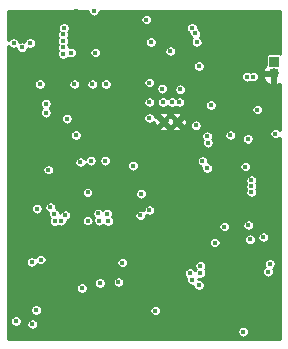
<source format=gbr>
G04 #@! TF.GenerationSoftware,KiCad,Pcbnew,(5.1.5)-3*
G04 #@! TF.CreationDate,2020-08-08T14:50:29-04:00*
G04 #@! TF.ProjectId,SmartWatch V5,536d6172-7457-4617-9463-682056352e6b,rev?*
G04 #@! TF.SameCoordinates,Original*
G04 #@! TF.FileFunction,Copper,L3,Inr*
G04 #@! TF.FilePolarity,Positive*
%FSLAX46Y46*%
G04 Gerber Fmt 4.6, Leading zero omitted, Abs format (unit mm)*
G04 Created by KiCad (PCBNEW (5.1.5)-3) date 2020-08-08 14:50:29*
%MOMM*%
%LPD*%
G04 APERTURE LIST*
%ADD10C,0.500000*%
%ADD11O,0.850000X0.850000*%
%ADD12R,0.850000X0.850000*%
%ADD13C,0.450000*%
%ADD14C,0.254000*%
G04 APERTURE END LIST*
D10*
X95546000Y-81026000D03*
X94446000Y-81026000D03*
D11*
X103759000Y-76946000D03*
D12*
X103759000Y-75946000D03*
D13*
X88963500Y-89408000D03*
X86111990Y-88943747D03*
X88884920Y-88799074D03*
X85740682Y-89404615D03*
X85192475Y-89463992D03*
X89713511Y-89439603D03*
X85153504Y-88836500D03*
X89648705Y-88812682D03*
X86868000Y-77851000D03*
X83947000Y-77851000D03*
X92964000Y-72390000D03*
X88519000Y-71628000D03*
X81915000Y-97917000D03*
X82423000Y-74739500D03*
X83121500Y-74358500D03*
X81724500Y-74358500D03*
X94297500Y-78232000D03*
X95821500Y-78295500D03*
X90932000Y-92964000D03*
X89027000Y-94678500D03*
X92456000Y-88963500D03*
X97155000Y-81343500D03*
X93218000Y-77724000D03*
X93218000Y-79375000D03*
X93218000Y-80708500D03*
X94361000Y-79375000D03*
X95758000Y-79375000D03*
X101164002Y-98806000D03*
X84661991Y-85097798D03*
X94996000Y-75057000D03*
X101346000Y-84836000D03*
X102870000Y-90805000D03*
X84455000Y-79502000D03*
X84455000Y-80264000D03*
X87503000Y-95123000D03*
X85915500Y-75311000D03*
X85915324Y-74734157D03*
X97218500Y-74295000D03*
X98425000Y-79629000D03*
X85921280Y-74184177D03*
X97712834Y-84351765D03*
X85910780Y-73634265D03*
X97117305Y-73544989D03*
X98107500Y-84963000D03*
X85979000Y-73088500D03*
X96825658Y-73078668D03*
X91059000Y-72390000D03*
X95631000Y-86995000D03*
X86995000Y-71628000D03*
X89535000Y-81534000D03*
X91440000Y-79502000D03*
X81915000Y-96393000D03*
X87884000Y-78613000D03*
X90551000Y-79502000D03*
X103949500Y-73850500D03*
X101600000Y-73914000D03*
X101600000Y-72644000D03*
X99441000Y-73469500D03*
X100076000Y-73088500D03*
X98679000Y-73088500D03*
X82423000Y-73469500D03*
X83185000Y-73088500D03*
X81724500Y-73088500D03*
X89408000Y-82423000D03*
X88836500Y-96456500D03*
X103505000Y-79883000D03*
X87630000Y-92964000D03*
X92519500Y-96660002D03*
X81915000Y-94488000D03*
X93980000Y-83248500D03*
X93916500Y-85534500D03*
X94234000Y-76657000D03*
X95821500Y-76657000D03*
X102235000Y-84633000D03*
X102870000Y-86042500D03*
X102425500Y-80835500D03*
X103251000Y-95440500D03*
X102489000Y-98306000D03*
X99889000Y-98306000D03*
X97489000Y-98306000D03*
X94889000Y-98306000D03*
X98742500Y-92265500D03*
X89027000Y-86683490D03*
X89598500Y-86683490D03*
X100965000Y-73279000D03*
X101632009Y-80151317D03*
X97616445Y-92514409D03*
X91440000Y-76962000D03*
X100330000Y-94115000D03*
X100330000Y-93599000D03*
X89916000Y-76708000D03*
X85725000Y-98107500D03*
X87249000Y-94107000D03*
X89789000Y-72136000D03*
X85212001Y-90642582D03*
X89789000Y-80772000D03*
X88646000Y-82042000D03*
X102362000Y-80010000D03*
X101547930Y-82482290D03*
X101854000Y-85979000D03*
X101854000Y-86487000D03*
X101854000Y-86995000D03*
X97409000Y-94869000D03*
X99568000Y-89916000D03*
X101600000Y-89789000D03*
X93726000Y-97028000D03*
X97536000Y-93853000D03*
X96822430Y-94407291D03*
X90602000Y-94615000D03*
X88646000Y-75184000D03*
X97536000Y-93218000D03*
X96647000Y-93853000D03*
X83629500Y-96964500D03*
X83312000Y-98171000D03*
X86995000Y-82169000D03*
X87980404Y-89414602D03*
X89535000Y-77851000D03*
X88392000Y-77851000D03*
X83685968Y-88392000D03*
X84836000Y-88265000D03*
X103261823Y-93726000D03*
X103411776Y-93058603D03*
X100076000Y-82169000D03*
X103886000Y-82042000D03*
X95123000Y-79375000D03*
X102023013Y-77216000D03*
X101737377Y-90989510D03*
X98740718Y-91272862D03*
X98111796Y-82257183D03*
X88265000Y-84328000D03*
X89471500Y-84328000D03*
X98171000Y-82804000D03*
X87376000Y-84455000D03*
X91823816Y-84752970D03*
X86233000Y-80772000D03*
X86614000Y-75184000D03*
X93345000Y-74295000D03*
X101473000Y-77216000D03*
X97409000Y-76327000D03*
X93223990Y-88519000D03*
X87980885Y-87013721D03*
X92519500Y-87127990D03*
X84010500Y-92710000D03*
X83248500Y-92900500D03*
D14*
G36*
X88017000Y-71677443D02*
G01*
X88036292Y-71774428D01*
X88074133Y-71865786D01*
X88129071Y-71948006D01*
X88198994Y-72017929D01*
X88281214Y-72072867D01*
X88372572Y-72110708D01*
X88469557Y-72130000D01*
X88568443Y-72130000D01*
X88665428Y-72110708D01*
X88756786Y-72072867D01*
X88839006Y-72017929D01*
X88908929Y-71948006D01*
X88963867Y-71865786D01*
X89001708Y-71774428D01*
X89021000Y-71677443D01*
X89021000Y-71628000D01*
X104267000Y-71628000D01*
X104267000Y-75256714D01*
X104238301Y-75248008D01*
X104184000Y-75242660D01*
X103334000Y-75242660D01*
X103279699Y-75248008D01*
X103227484Y-75263847D01*
X103179363Y-75289569D01*
X103137184Y-75324184D01*
X103102569Y-75366363D01*
X103076847Y-75414484D01*
X103061008Y-75466699D01*
X103055660Y-75521000D01*
X103055660Y-76239073D01*
X102991064Y-76302345D01*
X102880249Y-76464530D01*
X102803204Y-76645217D01*
X102797185Y-76665080D01*
X102910704Y-76819000D01*
X103632000Y-76819000D01*
X103632000Y-76799000D01*
X103886000Y-76799000D01*
X103886000Y-76819000D01*
X103906000Y-76819000D01*
X103906000Y-77073000D01*
X103886000Y-77073000D01*
X103886000Y-77795676D01*
X104039921Y-77907822D01*
X104222165Y-77834536D01*
X104267000Y-77805245D01*
X104267000Y-81713065D01*
X104206006Y-81652071D01*
X104123786Y-81597133D01*
X104032428Y-81559292D01*
X103935443Y-81540000D01*
X103836557Y-81540000D01*
X103739572Y-81559292D01*
X103648214Y-81597133D01*
X103565994Y-81652071D01*
X103496071Y-81721994D01*
X103441133Y-81804214D01*
X103403292Y-81895572D01*
X103384000Y-81992557D01*
X103384000Y-82091443D01*
X103403292Y-82188428D01*
X103441133Y-82279786D01*
X103496071Y-82362006D01*
X103565994Y-82431929D01*
X103648214Y-82486867D01*
X103739572Y-82524708D01*
X103836557Y-82544000D01*
X103935443Y-82544000D01*
X104032428Y-82524708D01*
X104123786Y-82486867D01*
X104206006Y-82431929D01*
X104267000Y-82370935D01*
X104267000Y-99441000D01*
X81280000Y-99441000D01*
X81280000Y-98756557D01*
X100662002Y-98756557D01*
X100662002Y-98855443D01*
X100681294Y-98952428D01*
X100719135Y-99043786D01*
X100774073Y-99126006D01*
X100843996Y-99195929D01*
X100926216Y-99250867D01*
X101017574Y-99288708D01*
X101114559Y-99308000D01*
X101213445Y-99308000D01*
X101310430Y-99288708D01*
X101401788Y-99250867D01*
X101484008Y-99195929D01*
X101553931Y-99126006D01*
X101608869Y-99043786D01*
X101646710Y-98952428D01*
X101666002Y-98855443D01*
X101666002Y-98756557D01*
X101646710Y-98659572D01*
X101608869Y-98568214D01*
X101553931Y-98485994D01*
X101484008Y-98416071D01*
X101401788Y-98361133D01*
X101310430Y-98323292D01*
X101213445Y-98304000D01*
X101114559Y-98304000D01*
X101017574Y-98323292D01*
X100926216Y-98361133D01*
X100843996Y-98416071D01*
X100774073Y-98485994D01*
X100719135Y-98568214D01*
X100681294Y-98659572D01*
X100662002Y-98756557D01*
X81280000Y-98756557D01*
X81280000Y-97867557D01*
X81413000Y-97867557D01*
X81413000Y-97966443D01*
X81432292Y-98063428D01*
X81470133Y-98154786D01*
X81525071Y-98237006D01*
X81594994Y-98306929D01*
X81677214Y-98361867D01*
X81768572Y-98399708D01*
X81865557Y-98419000D01*
X81964443Y-98419000D01*
X82061428Y-98399708D01*
X82152786Y-98361867D01*
X82235006Y-98306929D01*
X82304929Y-98237006D01*
X82359867Y-98154786D01*
X82373630Y-98121557D01*
X82810000Y-98121557D01*
X82810000Y-98220443D01*
X82829292Y-98317428D01*
X82867133Y-98408786D01*
X82922071Y-98491006D01*
X82991994Y-98560929D01*
X83074214Y-98615867D01*
X83165572Y-98653708D01*
X83262557Y-98673000D01*
X83361443Y-98673000D01*
X83458428Y-98653708D01*
X83549786Y-98615867D01*
X83632006Y-98560929D01*
X83701929Y-98491006D01*
X83756867Y-98408786D01*
X83794708Y-98317428D01*
X83814000Y-98220443D01*
X83814000Y-98121557D01*
X83794708Y-98024572D01*
X83756867Y-97933214D01*
X83701929Y-97850994D01*
X83632006Y-97781071D01*
X83549786Y-97726133D01*
X83458428Y-97688292D01*
X83361443Y-97669000D01*
X83262557Y-97669000D01*
X83165572Y-97688292D01*
X83074214Y-97726133D01*
X82991994Y-97781071D01*
X82922071Y-97850994D01*
X82867133Y-97933214D01*
X82829292Y-98024572D01*
X82810000Y-98121557D01*
X82373630Y-98121557D01*
X82397708Y-98063428D01*
X82417000Y-97966443D01*
X82417000Y-97867557D01*
X82397708Y-97770572D01*
X82359867Y-97679214D01*
X82304929Y-97596994D01*
X82235006Y-97527071D01*
X82152786Y-97472133D01*
X82061428Y-97434292D01*
X81964443Y-97415000D01*
X81865557Y-97415000D01*
X81768572Y-97434292D01*
X81677214Y-97472133D01*
X81594994Y-97527071D01*
X81525071Y-97596994D01*
X81470133Y-97679214D01*
X81432292Y-97770572D01*
X81413000Y-97867557D01*
X81280000Y-97867557D01*
X81280000Y-96915057D01*
X83127500Y-96915057D01*
X83127500Y-97013943D01*
X83146792Y-97110928D01*
X83184633Y-97202286D01*
X83239571Y-97284506D01*
X83309494Y-97354429D01*
X83391714Y-97409367D01*
X83483072Y-97447208D01*
X83580057Y-97466500D01*
X83678943Y-97466500D01*
X83775928Y-97447208D01*
X83867286Y-97409367D01*
X83949506Y-97354429D01*
X84019429Y-97284506D01*
X84074367Y-97202286D01*
X84112208Y-97110928D01*
X84131500Y-97013943D01*
X84131500Y-96978557D01*
X93224000Y-96978557D01*
X93224000Y-97077443D01*
X93243292Y-97174428D01*
X93281133Y-97265786D01*
X93336071Y-97348006D01*
X93405994Y-97417929D01*
X93488214Y-97472867D01*
X93579572Y-97510708D01*
X93676557Y-97530000D01*
X93775443Y-97530000D01*
X93872428Y-97510708D01*
X93963786Y-97472867D01*
X94046006Y-97417929D01*
X94115929Y-97348006D01*
X94170867Y-97265786D01*
X94208708Y-97174428D01*
X94228000Y-97077443D01*
X94228000Y-96978557D01*
X94208708Y-96881572D01*
X94170867Y-96790214D01*
X94115929Y-96707994D01*
X94046006Y-96638071D01*
X93963786Y-96583133D01*
X93872428Y-96545292D01*
X93775443Y-96526000D01*
X93676557Y-96526000D01*
X93579572Y-96545292D01*
X93488214Y-96583133D01*
X93405994Y-96638071D01*
X93336071Y-96707994D01*
X93281133Y-96790214D01*
X93243292Y-96881572D01*
X93224000Y-96978557D01*
X84131500Y-96978557D01*
X84131500Y-96915057D01*
X84112208Y-96818072D01*
X84074367Y-96726714D01*
X84019429Y-96644494D01*
X83949506Y-96574571D01*
X83867286Y-96519633D01*
X83775928Y-96481792D01*
X83678943Y-96462500D01*
X83580057Y-96462500D01*
X83483072Y-96481792D01*
X83391714Y-96519633D01*
X83309494Y-96574571D01*
X83239571Y-96644494D01*
X83184633Y-96726714D01*
X83146792Y-96818072D01*
X83127500Y-96915057D01*
X81280000Y-96915057D01*
X81280000Y-95073557D01*
X87001000Y-95073557D01*
X87001000Y-95172443D01*
X87020292Y-95269428D01*
X87058133Y-95360786D01*
X87113071Y-95443006D01*
X87182994Y-95512929D01*
X87265214Y-95567867D01*
X87356572Y-95605708D01*
X87453557Y-95625000D01*
X87552443Y-95625000D01*
X87649428Y-95605708D01*
X87740786Y-95567867D01*
X87823006Y-95512929D01*
X87892929Y-95443006D01*
X87947867Y-95360786D01*
X87985708Y-95269428D01*
X88005000Y-95172443D01*
X88005000Y-95073557D01*
X87985708Y-94976572D01*
X87947867Y-94885214D01*
X87892929Y-94802994D01*
X87823006Y-94733071D01*
X87740786Y-94678133D01*
X87649428Y-94640292D01*
X87592948Y-94629057D01*
X88525000Y-94629057D01*
X88525000Y-94727943D01*
X88544292Y-94824928D01*
X88582133Y-94916286D01*
X88637071Y-94998506D01*
X88706994Y-95068429D01*
X88789214Y-95123367D01*
X88880572Y-95161208D01*
X88977557Y-95180500D01*
X89076443Y-95180500D01*
X89173428Y-95161208D01*
X89264786Y-95123367D01*
X89347006Y-95068429D01*
X89416929Y-94998506D01*
X89471867Y-94916286D01*
X89509708Y-94824928D01*
X89529000Y-94727943D01*
X89529000Y-94629057D01*
X89516369Y-94565557D01*
X90100000Y-94565557D01*
X90100000Y-94664443D01*
X90119292Y-94761428D01*
X90157133Y-94852786D01*
X90212071Y-94935006D01*
X90281994Y-95004929D01*
X90364214Y-95059867D01*
X90455572Y-95097708D01*
X90552557Y-95117000D01*
X90651443Y-95117000D01*
X90748428Y-95097708D01*
X90839786Y-95059867D01*
X90922006Y-95004929D01*
X90991929Y-94935006D01*
X91046867Y-94852786D01*
X91084708Y-94761428D01*
X91104000Y-94664443D01*
X91104000Y-94565557D01*
X91084708Y-94468572D01*
X91046867Y-94377214D01*
X90991929Y-94294994D01*
X90922006Y-94225071D01*
X90839786Y-94170133D01*
X90748428Y-94132292D01*
X90651443Y-94113000D01*
X90552557Y-94113000D01*
X90455572Y-94132292D01*
X90364214Y-94170133D01*
X90281994Y-94225071D01*
X90212071Y-94294994D01*
X90157133Y-94377214D01*
X90119292Y-94468572D01*
X90100000Y-94565557D01*
X89516369Y-94565557D01*
X89509708Y-94532072D01*
X89471867Y-94440714D01*
X89416929Y-94358494D01*
X89347006Y-94288571D01*
X89264786Y-94233633D01*
X89173428Y-94195792D01*
X89076443Y-94176500D01*
X88977557Y-94176500D01*
X88880572Y-94195792D01*
X88789214Y-94233633D01*
X88706994Y-94288571D01*
X88637071Y-94358494D01*
X88582133Y-94440714D01*
X88544292Y-94532072D01*
X88525000Y-94629057D01*
X87592948Y-94629057D01*
X87552443Y-94621000D01*
X87453557Y-94621000D01*
X87356572Y-94640292D01*
X87265214Y-94678133D01*
X87182994Y-94733071D01*
X87113071Y-94802994D01*
X87058133Y-94885214D01*
X87020292Y-94976572D01*
X87001000Y-95073557D01*
X81280000Y-95073557D01*
X81280000Y-93803557D01*
X96145000Y-93803557D01*
X96145000Y-93902443D01*
X96164292Y-93999428D01*
X96202133Y-94090786D01*
X96257071Y-94173006D01*
X96326994Y-94242929D01*
X96342781Y-94253478D01*
X96339722Y-94260863D01*
X96320430Y-94357848D01*
X96320430Y-94456734D01*
X96339722Y-94553719D01*
X96377563Y-94645077D01*
X96432501Y-94727297D01*
X96502424Y-94797220D01*
X96584644Y-94852158D01*
X96676002Y-94889999D01*
X96772987Y-94909291D01*
X96871873Y-94909291D01*
X96907000Y-94902304D01*
X96907000Y-94918443D01*
X96926292Y-95015428D01*
X96964133Y-95106786D01*
X97019071Y-95189006D01*
X97088994Y-95258929D01*
X97171214Y-95313867D01*
X97262572Y-95351708D01*
X97359557Y-95371000D01*
X97458443Y-95371000D01*
X97555428Y-95351708D01*
X97646786Y-95313867D01*
X97729006Y-95258929D01*
X97798929Y-95189006D01*
X97853867Y-95106786D01*
X97891708Y-95015428D01*
X97911000Y-94918443D01*
X97911000Y-94819557D01*
X97891708Y-94722572D01*
X97853867Y-94631214D01*
X97798929Y-94548994D01*
X97729006Y-94479071D01*
X97646786Y-94424133D01*
X97555428Y-94386292D01*
X97458443Y-94367000D01*
X97359557Y-94367000D01*
X97324430Y-94373987D01*
X97324430Y-94357848D01*
X97313781Y-94304315D01*
X97389572Y-94335708D01*
X97486557Y-94355000D01*
X97585443Y-94355000D01*
X97682428Y-94335708D01*
X97773786Y-94297867D01*
X97856006Y-94242929D01*
X97925929Y-94173006D01*
X97980867Y-94090786D01*
X98018708Y-93999428D01*
X98038000Y-93902443D01*
X98038000Y-93803557D01*
X98018708Y-93706572D01*
X98006276Y-93676557D01*
X102759823Y-93676557D01*
X102759823Y-93775443D01*
X102779115Y-93872428D01*
X102816956Y-93963786D01*
X102871894Y-94046006D01*
X102941817Y-94115929D01*
X103024037Y-94170867D01*
X103115395Y-94208708D01*
X103212380Y-94228000D01*
X103311266Y-94228000D01*
X103408251Y-94208708D01*
X103499609Y-94170867D01*
X103581829Y-94115929D01*
X103651752Y-94046006D01*
X103706690Y-93963786D01*
X103744531Y-93872428D01*
X103763823Y-93775443D01*
X103763823Y-93676557D01*
X103744531Y-93579572D01*
X103706690Y-93488214D01*
X103696104Y-93472371D01*
X103731782Y-93448532D01*
X103801705Y-93378609D01*
X103856643Y-93296389D01*
X103894484Y-93205031D01*
X103913776Y-93108046D01*
X103913776Y-93009160D01*
X103894484Y-92912175D01*
X103856643Y-92820817D01*
X103801705Y-92738597D01*
X103731782Y-92668674D01*
X103649562Y-92613736D01*
X103558204Y-92575895D01*
X103461219Y-92556603D01*
X103362333Y-92556603D01*
X103265348Y-92575895D01*
X103173990Y-92613736D01*
X103091770Y-92668674D01*
X103021847Y-92738597D01*
X102966909Y-92820817D01*
X102929068Y-92912175D01*
X102909776Y-93009160D01*
X102909776Y-93108046D01*
X102929068Y-93205031D01*
X102966909Y-93296389D01*
X102977495Y-93312232D01*
X102941817Y-93336071D01*
X102871894Y-93405994D01*
X102816956Y-93488214D01*
X102779115Y-93579572D01*
X102759823Y-93676557D01*
X98006276Y-93676557D01*
X97980867Y-93615214D01*
X97927603Y-93535500D01*
X97980867Y-93455786D01*
X98018708Y-93364428D01*
X98038000Y-93267443D01*
X98038000Y-93168557D01*
X98018708Y-93071572D01*
X97980867Y-92980214D01*
X97925929Y-92897994D01*
X97856006Y-92828071D01*
X97773786Y-92773133D01*
X97682428Y-92735292D01*
X97585443Y-92716000D01*
X97486557Y-92716000D01*
X97389572Y-92735292D01*
X97298214Y-92773133D01*
X97215994Y-92828071D01*
X97146071Y-92897994D01*
X97091133Y-92980214D01*
X97053292Y-93071572D01*
X97034000Y-93168557D01*
X97034000Y-93267443D01*
X97053292Y-93364428D01*
X97091133Y-93455786D01*
X97144397Y-93535500D01*
X97091500Y-93614665D01*
X97036929Y-93532994D01*
X96967006Y-93463071D01*
X96884786Y-93408133D01*
X96793428Y-93370292D01*
X96696443Y-93351000D01*
X96597557Y-93351000D01*
X96500572Y-93370292D01*
X96409214Y-93408133D01*
X96326994Y-93463071D01*
X96257071Y-93532994D01*
X96202133Y-93615214D01*
X96164292Y-93706572D01*
X96145000Y-93803557D01*
X81280000Y-93803557D01*
X81280000Y-92851057D01*
X82746500Y-92851057D01*
X82746500Y-92949943D01*
X82765792Y-93046928D01*
X82803633Y-93138286D01*
X82858571Y-93220506D01*
X82928494Y-93290429D01*
X83010714Y-93345367D01*
X83102072Y-93383208D01*
X83199057Y-93402500D01*
X83297943Y-93402500D01*
X83394928Y-93383208D01*
X83486286Y-93345367D01*
X83568506Y-93290429D01*
X83638429Y-93220506D01*
X83693367Y-93138286D01*
X83705188Y-93109747D01*
X83772714Y-93154867D01*
X83864072Y-93192708D01*
X83961057Y-93212000D01*
X84059943Y-93212000D01*
X84156928Y-93192708D01*
X84248286Y-93154867D01*
X84330506Y-93099929D01*
X84400429Y-93030006D01*
X84455367Y-92947786D01*
X84469130Y-92914557D01*
X90430000Y-92914557D01*
X90430000Y-93013443D01*
X90449292Y-93110428D01*
X90487133Y-93201786D01*
X90542071Y-93284006D01*
X90611994Y-93353929D01*
X90694214Y-93408867D01*
X90785572Y-93446708D01*
X90882557Y-93466000D01*
X90981443Y-93466000D01*
X91078428Y-93446708D01*
X91169786Y-93408867D01*
X91252006Y-93353929D01*
X91321929Y-93284006D01*
X91376867Y-93201786D01*
X91414708Y-93110428D01*
X91434000Y-93013443D01*
X91434000Y-92914557D01*
X91414708Y-92817572D01*
X91376867Y-92726214D01*
X91321929Y-92643994D01*
X91252006Y-92574071D01*
X91169786Y-92519133D01*
X91078428Y-92481292D01*
X90981443Y-92462000D01*
X90882557Y-92462000D01*
X90785572Y-92481292D01*
X90694214Y-92519133D01*
X90611994Y-92574071D01*
X90542071Y-92643994D01*
X90487133Y-92726214D01*
X90449292Y-92817572D01*
X90430000Y-92914557D01*
X84469130Y-92914557D01*
X84493208Y-92856428D01*
X84512500Y-92759443D01*
X84512500Y-92660557D01*
X84493208Y-92563572D01*
X84455367Y-92472214D01*
X84400429Y-92389994D01*
X84330506Y-92320071D01*
X84248286Y-92265133D01*
X84156928Y-92227292D01*
X84059943Y-92208000D01*
X83961057Y-92208000D01*
X83864072Y-92227292D01*
X83772714Y-92265133D01*
X83690494Y-92320071D01*
X83620571Y-92389994D01*
X83565633Y-92472214D01*
X83553812Y-92500753D01*
X83486286Y-92455633D01*
X83394928Y-92417792D01*
X83297943Y-92398500D01*
X83199057Y-92398500D01*
X83102072Y-92417792D01*
X83010714Y-92455633D01*
X82928494Y-92510571D01*
X82858571Y-92580494D01*
X82803633Y-92662714D01*
X82765792Y-92754072D01*
X82746500Y-92851057D01*
X81280000Y-92851057D01*
X81280000Y-91223419D01*
X98238718Y-91223419D01*
X98238718Y-91322305D01*
X98258010Y-91419290D01*
X98295851Y-91510648D01*
X98350789Y-91592868D01*
X98420712Y-91662791D01*
X98502932Y-91717729D01*
X98594290Y-91755570D01*
X98691275Y-91774862D01*
X98790161Y-91774862D01*
X98887146Y-91755570D01*
X98978504Y-91717729D01*
X99060724Y-91662791D01*
X99130647Y-91592868D01*
X99185585Y-91510648D01*
X99223426Y-91419290D01*
X99242718Y-91322305D01*
X99242718Y-91223419D01*
X99223426Y-91126434D01*
X99185585Y-91035076D01*
X99130647Y-90952856D01*
X99117858Y-90940067D01*
X101235377Y-90940067D01*
X101235377Y-91038953D01*
X101254669Y-91135938D01*
X101292510Y-91227296D01*
X101347448Y-91309516D01*
X101417371Y-91379439D01*
X101499591Y-91434377D01*
X101590949Y-91472218D01*
X101687934Y-91491510D01*
X101786820Y-91491510D01*
X101883805Y-91472218D01*
X101975163Y-91434377D01*
X102057383Y-91379439D01*
X102127306Y-91309516D01*
X102182244Y-91227296D01*
X102220085Y-91135938D01*
X102239377Y-91038953D01*
X102239377Y-90940067D01*
X102220085Y-90843082D01*
X102183832Y-90755557D01*
X102368000Y-90755557D01*
X102368000Y-90854443D01*
X102387292Y-90951428D01*
X102425133Y-91042786D01*
X102480071Y-91125006D01*
X102549994Y-91194929D01*
X102632214Y-91249867D01*
X102723572Y-91287708D01*
X102820557Y-91307000D01*
X102919443Y-91307000D01*
X103016428Y-91287708D01*
X103107786Y-91249867D01*
X103190006Y-91194929D01*
X103259929Y-91125006D01*
X103314867Y-91042786D01*
X103352708Y-90951428D01*
X103372000Y-90854443D01*
X103372000Y-90755557D01*
X103352708Y-90658572D01*
X103314867Y-90567214D01*
X103259929Y-90484994D01*
X103190006Y-90415071D01*
X103107786Y-90360133D01*
X103016428Y-90322292D01*
X102919443Y-90303000D01*
X102820557Y-90303000D01*
X102723572Y-90322292D01*
X102632214Y-90360133D01*
X102549994Y-90415071D01*
X102480071Y-90484994D01*
X102425133Y-90567214D01*
X102387292Y-90658572D01*
X102368000Y-90755557D01*
X102183832Y-90755557D01*
X102182244Y-90751724D01*
X102127306Y-90669504D01*
X102057383Y-90599581D01*
X101975163Y-90544643D01*
X101883805Y-90506802D01*
X101786820Y-90487510D01*
X101687934Y-90487510D01*
X101590949Y-90506802D01*
X101499591Y-90544643D01*
X101417371Y-90599581D01*
X101347448Y-90669504D01*
X101292510Y-90751724D01*
X101254669Y-90843082D01*
X101235377Y-90940067D01*
X99117858Y-90940067D01*
X99060724Y-90882933D01*
X98978504Y-90827995D01*
X98887146Y-90790154D01*
X98790161Y-90770862D01*
X98691275Y-90770862D01*
X98594290Y-90790154D01*
X98502932Y-90827995D01*
X98420712Y-90882933D01*
X98350789Y-90952856D01*
X98295851Y-91035076D01*
X98258010Y-91126434D01*
X98238718Y-91223419D01*
X81280000Y-91223419D01*
X81280000Y-88342557D01*
X83183968Y-88342557D01*
X83183968Y-88441443D01*
X83203260Y-88538428D01*
X83241101Y-88629786D01*
X83296039Y-88712006D01*
X83365962Y-88781929D01*
X83448182Y-88836867D01*
X83539540Y-88874708D01*
X83636525Y-88894000D01*
X83735411Y-88894000D01*
X83832396Y-88874708D01*
X83923754Y-88836867D01*
X84005974Y-88781929D01*
X84075897Y-88712006D01*
X84130835Y-88629786D01*
X84168676Y-88538428D01*
X84187968Y-88441443D01*
X84187968Y-88342557D01*
X84168676Y-88245572D01*
X84156244Y-88215557D01*
X84334000Y-88215557D01*
X84334000Y-88314443D01*
X84353292Y-88411428D01*
X84391133Y-88502786D01*
X84446071Y-88585006D01*
X84515994Y-88654929D01*
X84598214Y-88709867D01*
X84661633Y-88736136D01*
X84651504Y-88787057D01*
X84651504Y-88885943D01*
X84670796Y-88982928D01*
X84708637Y-89074286D01*
X84763575Y-89156506D01*
X84781922Y-89174853D01*
X84747608Y-89226206D01*
X84709767Y-89317564D01*
X84690475Y-89414549D01*
X84690475Y-89513435D01*
X84709767Y-89610420D01*
X84747608Y-89701778D01*
X84802546Y-89783998D01*
X84872469Y-89853921D01*
X84954689Y-89908859D01*
X85046047Y-89946700D01*
X85143032Y-89965992D01*
X85241918Y-89965992D01*
X85338903Y-89946700D01*
X85430261Y-89908859D01*
X85512481Y-89853921D01*
X85512813Y-89853589D01*
X85594254Y-89887323D01*
X85691239Y-89906615D01*
X85790125Y-89906615D01*
X85887110Y-89887323D01*
X85978468Y-89849482D01*
X86060688Y-89794544D01*
X86130611Y-89724621D01*
X86185549Y-89642401D01*
X86223390Y-89551043D01*
X86242682Y-89454058D01*
X86242682Y-89429585D01*
X86258418Y-89426455D01*
X86349776Y-89388614D01*
X86384878Y-89365159D01*
X87478404Y-89365159D01*
X87478404Y-89464045D01*
X87497696Y-89561030D01*
X87535537Y-89652388D01*
X87590475Y-89734608D01*
X87660398Y-89804531D01*
X87742618Y-89859469D01*
X87833976Y-89897310D01*
X87930961Y-89916602D01*
X88029847Y-89916602D01*
X88126832Y-89897310D01*
X88218190Y-89859469D01*
X88300410Y-89804531D01*
X88370333Y-89734608D01*
X88425271Y-89652388D01*
X88463112Y-89561030D01*
X88472609Y-89513288D01*
X88480792Y-89554428D01*
X88518633Y-89645786D01*
X88573571Y-89728006D01*
X88643494Y-89797929D01*
X88725714Y-89852867D01*
X88817072Y-89890708D01*
X88914057Y-89910000D01*
X89012943Y-89910000D01*
X89109928Y-89890708D01*
X89201286Y-89852867D01*
X89283506Y-89797929D01*
X89322879Y-89758556D01*
X89323582Y-89759609D01*
X89393505Y-89829532D01*
X89475725Y-89884470D01*
X89567083Y-89922311D01*
X89664068Y-89941603D01*
X89762954Y-89941603D01*
X89859939Y-89922311D01*
X89951297Y-89884470D01*
X89978105Y-89866557D01*
X99066000Y-89866557D01*
X99066000Y-89965443D01*
X99085292Y-90062428D01*
X99123133Y-90153786D01*
X99178071Y-90236006D01*
X99247994Y-90305929D01*
X99330214Y-90360867D01*
X99421572Y-90398708D01*
X99518557Y-90418000D01*
X99617443Y-90418000D01*
X99714428Y-90398708D01*
X99805786Y-90360867D01*
X99888006Y-90305929D01*
X99957929Y-90236006D01*
X100012867Y-90153786D01*
X100050708Y-90062428D01*
X100070000Y-89965443D01*
X100070000Y-89866557D01*
X100050708Y-89769572D01*
X100038276Y-89739557D01*
X101098000Y-89739557D01*
X101098000Y-89838443D01*
X101117292Y-89935428D01*
X101155133Y-90026786D01*
X101210071Y-90109006D01*
X101279994Y-90178929D01*
X101362214Y-90233867D01*
X101453572Y-90271708D01*
X101550557Y-90291000D01*
X101649443Y-90291000D01*
X101746428Y-90271708D01*
X101837786Y-90233867D01*
X101920006Y-90178929D01*
X101989929Y-90109006D01*
X102044867Y-90026786D01*
X102082708Y-89935428D01*
X102102000Y-89838443D01*
X102102000Y-89739557D01*
X102082708Y-89642572D01*
X102044867Y-89551214D01*
X101989929Y-89468994D01*
X101920006Y-89399071D01*
X101837786Y-89344133D01*
X101746428Y-89306292D01*
X101649443Y-89287000D01*
X101550557Y-89287000D01*
X101453572Y-89306292D01*
X101362214Y-89344133D01*
X101279994Y-89399071D01*
X101210071Y-89468994D01*
X101155133Y-89551214D01*
X101117292Y-89642572D01*
X101098000Y-89739557D01*
X100038276Y-89739557D01*
X100012867Y-89678214D01*
X99957929Y-89595994D01*
X99888006Y-89526071D01*
X99805786Y-89471133D01*
X99714428Y-89433292D01*
X99617443Y-89414000D01*
X99518557Y-89414000D01*
X99421572Y-89433292D01*
X99330214Y-89471133D01*
X99247994Y-89526071D01*
X99178071Y-89595994D01*
X99123133Y-89678214D01*
X99085292Y-89769572D01*
X99066000Y-89866557D01*
X89978105Y-89866557D01*
X90033517Y-89829532D01*
X90103440Y-89759609D01*
X90158378Y-89677389D01*
X90196219Y-89586031D01*
X90215511Y-89489046D01*
X90215511Y-89390160D01*
X90196219Y-89293175D01*
X90158378Y-89201817D01*
X90103440Y-89119597D01*
X90069835Y-89085992D01*
X90093572Y-89050468D01*
X90131413Y-88959110D01*
X90140374Y-88914057D01*
X91954000Y-88914057D01*
X91954000Y-89012943D01*
X91973292Y-89109928D01*
X92011133Y-89201286D01*
X92066071Y-89283506D01*
X92135994Y-89353429D01*
X92218214Y-89408367D01*
X92309572Y-89446208D01*
X92406557Y-89465500D01*
X92505443Y-89465500D01*
X92602428Y-89446208D01*
X92693786Y-89408367D01*
X92776006Y-89353429D01*
X92845929Y-89283506D01*
X92900867Y-89201286D01*
X92938708Y-89109928D01*
X92958000Y-89012943D01*
X92958000Y-88945022D01*
X92986204Y-88963867D01*
X93077562Y-89001708D01*
X93174547Y-89021000D01*
X93273433Y-89021000D01*
X93370418Y-89001708D01*
X93461776Y-88963867D01*
X93543996Y-88908929D01*
X93613919Y-88839006D01*
X93668857Y-88756786D01*
X93706698Y-88665428D01*
X93725990Y-88568443D01*
X93725990Y-88469557D01*
X93706698Y-88372572D01*
X93668857Y-88281214D01*
X93613919Y-88198994D01*
X93543996Y-88129071D01*
X93461776Y-88074133D01*
X93370418Y-88036292D01*
X93273433Y-88017000D01*
X93174547Y-88017000D01*
X93077562Y-88036292D01*
X92986204Y-88074133D01*
X92903984Y-88129071D01*
X92834061Y-88198994D01*
X92779123Y-88281214D01*
X92741282Y-88372572D01*
X92721990Y-88469557D01*
X92721990Y-88537478D01*
X92693786Y-88518633D01*
X92602428Y-88480792D01*
X92505443Y-88461500D01*
X92406557Y-88461500D01*
X92309572Y-88480792D01*
X92218214Y-88518633D01*
X92135994Y-88573571D01*
X92066071Y-88643494D01*
X92011133Y-88725714D01*
X91973292Y-88817072D01*
X91954000Y-88914057D01*
X90140374Y-88914057D01*
X90150705Y-88862125D01*
X90150705Y-88763239D01*
X90131413Y-88666254D01*
X90093572Y-88574896D01*
X90038634Y-88492676D01*
X89968711Y-88422753D01*
X89886491Y-88367815D01*
X89795133Y-88329974D01*
X89698148Y-88310682D01*
X89599262Y-88310682D01*
X89502277Y-88329974D01*
X89410919Y-88367815D01*
X89328699Y-88422753D01*
X89273617Y-88477836D01*
X89204926Y-88409145D01*
X89122706Y-88354207D01*
X89031348Y-88316366D01*
X88934363Y-88297074D01*
X88835477Y-88297074D01*
X88738492Y-88316366D01*
X88647134Y-88354207D01*
X88564914Y-88409145D01*
X88494991Y-88479068D01*
X88440053Y-88561288D01*
X88402212Y-88652646D01*
X88382920Y-88749631D01*
X88382920Y-88848517D01*
X88402212Y-88945502D01*
X88440053Y-89036860D01*
X88494991Y-89119080D01*
X88529645Y-89153734D01*
X88518633Y-89170214D01*
X88480792Y-89261572D01*
X88471295Y-89309314D01*
X88463112Y-89268174D01*
X88425271Y-89176816D01*
X88370333Y-89094596D01*
X88300410Y-89024673D01*
X88218190Y-88969735D01*
X88126832Y-88931894D01*
X88029847Y-88912602D01*
X87930961Y-88912602D01*
X87833976Y-88931894D01*
X87742618Y-88969735D01*
X87660398Y-89024673D01*
X87590475Y-89094596D01*
X87535537Y-89176816D01*
X87497696Y-89268174D01*
X87478404Y-89365159D01*
X86384878Y-89365159D01*
X86431996Y-89333676D01*
X86501919Y-89263753D01*
X86556857Y-89181533D01*
X86594698Y-89090175D01*
X86613990Y-88993190D01*
X86613990Y-88894304D01*
X86594698Y-88797319D01*
X86556857Y-88705961D01*
X86501919Y-88623741D01*
X86431996Y-88553818D01*
X86349776Y-88498880D01*
X86258418Y-88461039D01*
X86161433Y-88441747D01*
X86062547Y-88441747D01*
X85965562Y-88461039D01*
X85874204Y-88498880D01*
X85791984Y-88553818D01*
X85722061Y-88623741D01*
X85667123Y-88705961D01*
X85648376Y-88751222D01*
X85636212Y-88690072D01*
X85598371Y-88598714D01*
X85543433Y-88516494D01*
X85473510Y-88446571D01*
X85391290Y-88391633D01*
X85327871Y-88365364D01*
X85338000Y-88314443D01*
X85338000Y-88215557D01*
X85318708Y-88118572D01*
X85280867Y-88027214D01*
X85225929Y-87944994D01*
X85156006Y-87875071D01*
X85073786Y-87820133D01*
X84982428Y-87782292D01*
X84885443Y-87763000D01*
X84786557Y-87763000D01*
X84689572Y-87782292D01*
X84598214Y-87820133D01*
X84515994Y-87875071D01*
X84446071Y-87944994D01*
X84391133Y-88027214D01*
X84353292Y-88118572D01*
X84334000Y-88215557D01*
X84156244Y-88215557D01*
X84130835Y-88154214D01*
X84075897Y-88071994D01*
X84005974Y-88002071D01*
X83923754Y-87947133D01*
X83832396Y-87909292D01*
X83735411Y-87890000D01*
X83636525Y-87890000D01*
X83539540Y-87909292D01*
X83448182Y-87947133D01*
X83365962Y-88002071D01*
X83296039Y-88071994D01*
X83241101Y-88154214D01*
X83203260Y-88245572D01*
X83183968Y-88342557D01*
X81280000Y-88342557D01*
X81280000Y-86964278D01*
X87478885Y-86964278D01*
X87478885Y-87063164D01*
X87498177Y-87160149D01*
X87536018Y-87251507D01*
X87590956Y-87333727D01*
X87660879Y-87403650D01*
X87743099Y-87458588D01*
X87834457Y-87496429D01*
X87931442Y-87515721D01*
X88030328Y-87515721D01*
X88127313Y-87496429D01*
X88218671Y-87458588D01*
X88300891Y-87403650D01*
X88370814Y-87333727D01*
X88425752Y-87251507D01*
X88463593Y-87160149D01*
X88479825Y-87078547D01*
X92017500Y-87078547D01*
X92017500Y-87177433D01*
X92036792Y-87274418D01*
X92074633Y-87365776D01*
X92129571Y-87447996D01*
X92199494Y-87517919D01*
X92281714Y-87572857D01*
X92373072Y-87610698D01*
X92470057Y-87629990D01*
X92568943Y-87629990D01*
X92665928Y-87610698D01*
X92757286Y-87572857D01*
X92839506Y-87517919D01*
X92909429Y-87447996D01*
X92964367Y-87365776D01*
X93002208Y-87274418D01*
X93021500Y-87177433D01*
X93021500Y-87078547D01*
X93002208Y-86981562D01*
X92964367Y-86890204D01*
X92909429Y-86807984D01*
X92839506Y-86738061D01*
X92757286Y-86683123D01*
X92665928Y-86645282D01*
X92568943Y-86625990D01*
X92470057Y-86625990D01*
X92373072Y-86645282D01*
X92281714Y-86683123D01*
X92199494Y-86738061D01*
X92129571Y-86807984D01*
X92074633Y-86890204D01*
X92036792Y-86981562D01*
X92017500Y-87078547D01*
X88479825Y-87078547D01*
X88482885Y-87063164D01*
X88482885Y-86964278D01*
X88463593Y-86867293D01*
X88425752Y-86775935D01*
X88370814Y-86693715D01*
X88300891Y-86623792D01*
X88218671Y-86568854D01*
X88127313Y-86531013D01*
X88030328Y-86511721D01*
X87931442Y-86511721D01*
X87834457Y-86531013D01*
X87743099Y-86568854D01*
X87660879Y-86623792D01*
X87590956Y-86693715D01*
X87536018Y-86775935D01*
X87498177Y-86867293D01*
X87478885Y-86964278D01*
X81280000Y-86964278D01*
X81280000Y-85929557D01*
X101352000Y-85929557D01*
X101352000Y-86028443D01*
X101371292Y-86125428D01*
X101409133Y-86216786D01*
X101419967Y-86233000D01*
X101409133Y-86249214D01*
X101371292Y-86340572D01*
X101352000Y-86437557D01*
X101352000Y-86536443D01*
X101371292Y-86633428D01*
X101409133Y-86724786D01*
X101419967Y-86741000D01*
X101409133Y-86757214D01*
X101371292Y-86848572D01*
X101352000Y-86945557D01*
X101352000Y-87044443D01*
X101371292Y-87141428D01*
X101409133Y-87232786D01*
X101464071Y-87315006D01*
X101533994Y-87384929D01*
X101616214Y-87439867D01*
X101707572Y-87477708D01*
X101804557Y-87497000D01*
X101903443Y-87497000D01*
X102000428Y-87477708D01*
X102091786Y-87439867D01*
X102174006Y-87384929D01*
X102243929Y-87315006D01*
X102298867Y-87232786D01*
X102336708Y-87141428D01*
X102356000Y-87044443D01*
X102356000Y-86945557D01*
X102336708Y-86848572D01*
X102298867Y-86757214D01*
X102288033Y-86741000D01*
X102298867Y-86724786D01*
X102336708Y-86633428D01*
X102356000Y-86536443D01*
X102356000Y-86437557D01*
X102336708Y-86340572D01*
X102298867Y-86249214D01*
X102288033Y-86233000D01*
X102298867Y-86216786D01*
X102336708Y-86125428D01*
X102356000Y-86028443D01*
X102356000Y-85929557D01*
X102336708Y-85832572D01*
X102298867Y-85741214D01*
X102243929Y-85658994D01*
X102174006Y-85589071D01*
X102091786Y-85534133D01*
X102000428Y-85496292D01*
X101903443Y-85477000D01*
X101804557Y-85477000D01*
X101707572Y-85496292D01*
X101616214Y-85534133D01*
X101533994Y-85589071D01*
X101464071Y-85658994D01*
X101409133Y-85741214D01*
X101371292Y-85832572D01*
X101352000Y-85929557D01*
X81280000Y-85929557D01*
X81280000Y-85048355D01*
X84159991Y-85048355D01*
X84159991Y-85147241D01*
X84179283Y-85244226D01*
X84217124Y-85335584D01*
X84272062Y-85417804D01*
X84341985Y-85487727D01*
X84424205Y-85542665D01*
X84515563Y-85580506D01*
X84612548Y-85599798D01*
X84711434Y-85599798D01*
X84808419Y-85580506D01*
X84899777Y-85542665D01*
X84981997Y-85487727D01*
X85051920Y-85417804D01*
X85106858Y-85335584D01*
X85144699Y-85244226D01*
X85163991Y-85147241D01*
X85163991Y-85048355D01*
X85144699Y-84951370D01*
X85106858Y-84860012D01*
X85051920Y-84777792D01*
X84981997Y-84707869D01*
X84899777Y-84652931D01*
X84808419Y-84615090D01*
X84711434Y-84595798D01*
X84612548Y-84595798D01*
X84515563Y-84615090D01*
X84424205Y-84652931D01*
X84341985Y-84707869D01*
X84272062Y-84777792D01*
X84217124Y-84860012D01*
X84179283Y-84951370D01*
X84159991Y-85048355D01*
X81280000Y-85048355D01*
X81280000Y-84405557D01*
X86874000Y-84405557D01*
X86874000Y-84504443D01*
X86893292Y-84601428D01*
X86931133Y-84692786D01*
X86986071Y-84775006D01*
X87055994Y-84844929D01*
X87138214Y-84899867D01*
X87229572Y-84937708D01*
X87326557Y-84957000D01*
X87425443Y-84957000D01*
X87522428Y-84937708D01*
X87613786Y-84899867D01*
X87696006Y-84844929D01*
X87765929Y-84775006D01*
X87820867Y-84692786D01*
X87853060Y-84615064D01*
X87875071Y-84648006D01*
X87944994Y-84717929D01*
X88027214Y-84772867D01*
X88118572Y-84810708D01*
X88215557Y-84830000D01*
X88314443Y-84830000D01*
X88411428Y-84810708D01*
X88502786Y-84772867D01*
X88585006Y-84717929D01*
X88654929Y-84648006D01*
X88709867Y-84565786D01*
X88747708Y-84474428D01*
X88767000Y-84377443D01*
X88767000Y-84278557D01*
X88969500Y-84278557D01*
X88969500Y-84377443D01*
X88988792Y-84474428D01*
X89026633Y-84565786D01*
X89081571Y-84648006D01*
X89151494Y-84717929D01*
X89233714Y-84772867D01*
X89325072Y-84810708D01*
X89422057Y-84830000D01*
X89520943Y-84830000D01*
X89617928Y-84810708D01*
X89709286Y-84772867D01*
X89791506Y-84717929D01*
X89805908Y-84703527D01*
X91321816Y-84703527D01*
X91321816Y-84802413D01*
X91341108Y-84899398D01*
X91378949Y-84990756D01*
X91433887Y-85072976D01*
X91503810Y-85142899D01*
X91586030Y-85197837D01*
X91677388Y-85235678D01*
X91774373Y-85254970D01*
X91873259Y-85254970D01*
X91970244Y-85235678D01*
X92061602Y-85197837D01*
X92143822Y-85142899D01*
X92213745Y-85072976D01*
X92268683Y-84990756D01*
X92306524Y-84899398D01*
X92325816Y-84802413D01*
X92325816Y-84703527D01*
X92306524Y-84606542D01*
X92268683Y-84515184D01*
X92213745Y-84432964D01*
X92143822Y-84363041D01*
X92061602Y-84308103D01*
X92047646Y-84302322D01*
X97210834Y-84302322D01*
X97210834Y-84401208D01*
X97230126Y-84498193D01*
X97267967Y-84589551D01*
X97322905Y-84671771D01*
X97392828Y-84741694D01*
X97475048Y-84796632D01*
X97566406Y-84834473D01*
X97619144Y-84844964D01*
X97605500Y-84913557D01*
X97605500Y-85012443D01*
X97624792Y-85109428D01*
X97662633Y-85200786D01*
X97717571Y-85283006D01*
X97787494Y-85352929D01*
X97869714Y-85407867D01*
X97961072Y-85445708D01*
X98058057Y-85465000D01*
X98156943Y-85465000D01*
X98253928Y-85445708D01*
X98345286Y-85407867D01*
X98427506Y-85352929D01*
X98497429Y-85283006D01*
X98552367Y-85200786D01*
X98590208Y-85109428D01*
X98609500Y-85012443D01*
X98609500Y-84913557D01*
X98590208Y-84816572D01*
X98577776Y-84786557D01*
X100844000Y-84786557D01*
X100844000Y-84885443D01*
X100863292Y-84982428D01*
X100901133Y-85073786D01*
X100956071Y-85156006D01*
X101025994Y-85225929D01*
X101108214Y-85280867D01*
X101199572Y-85318708D01*
X101296557Y-85338000D01*
X101395443Y-85338000D01*
X101492428Y-85318708D01*
X101583786Y-85280867D01*
X101666006Y-85225929D01*
X101735929Y-85156006D01*
X101790867Y-85073786D01*
X101828708Y-84982428D01*
X101848000Y-84885443D01*
X101848000Y-84786557D01*
X101828708Y-84689572D01*
X101790867Y-84598214D01*
X101735929Y-84515994D01*
X101666006Y-84446071D01*
X101583786Y-84391133D01*
X101492428Y-84353292D01*
X101395443Y-84334000D01*
X101296557Y-84334000D01*
X101199572Y-84353292D01*
X101108214Y-84391133D01*
X101025994Y-84446071D01*
X100956071Y-84515994D01*
X100901133Y-84598214D01*
X100863292Y-84689572D01*
X100844000Y-84786557D01*
X98577776Y-84786557D01*
X98552367Y-84725214D01*
X98497429Y-84642994D01*
X98427506Y-84573071D01*
X98345286Y-84518133D01*
X98253928Y-84480292D01*
X98201190Y-84469801D01*
X98214834Y-84401208D01*
X98214834Y-84302322D01*
X98195542Y-84205337D01*
X98157701Y-84113979D01*
X98102763Y-84031759D01*
X98032840Y-83961836D01*
X97950620Y-83906898D01*
X97859262Y-83869057D01*
X97762277Y-83849765D01*
X97663391Y-83849765D01*
X97566406Y-83869057D01*
X97475048Y-83906898D01*
X97392828Y-83961836D01*
X97322905Y-84031759D01*
X97267967Y-84113979D01*
X97230126Y-84205337D01*
X97210834Y-84302322D01*
X92047646Y-84302322D01*
X91970244Y-84270262D01*
X91873259Y-84250970D01*
X91774373Y-84250970D01*
X91677388Y-84270262D01*
X91586030Y-84308103D01*
X91503810Y-84363041D01*
X91433887Y-84432964D01*
X91378949Y-84515184D01*
X91341108Y-84606542D01*
X91321816Y-84703527D01*
X89805908Y-84703527D01*
X89861429Y-84648006D01*
X89916367Y-84565786D01*
X89954208Y-84474428D01*
X89973500Y-84377443D01*
X89973500Y-84278557D01*
X89954208Y-84181572D01*
X89916367Y-84090214D01*
X89861429Y-84007994D01*
X89791506Y-83938071D01*
X89709286Y-83883133D01*
X89617928Y-83845292D01*
X89520943Y-83826000D01*
X89422057Y-83826000D01*
X89325072Y-83845292D01*
X89233714Y-83883133D01*
X89151494Y-83938071D01*
X89081571Y-84007994D01*
X89026633Y-84090214D01*
X88988792Y-84181572D01*
X88969500Y-84278557D01*
X88767000Y-84278557D01*
X88747708Y-84181572D01*
X88709867Y-84090214D01*
X88654929Y-84007994D01*
X88585006Y-83938071D01*
X88502786Y-83883133D01*
X88411428Y-83845292D01*
X88314443Y-83826000D01*
X88215557Y-83826000D01*
X88118572Y-83845292D01*
X88027214Y-83883133D01*
X87944994Y-83938071D01*
X87875071Y-84007994D01*
X87820133Y-84090214D01*
X87787940Y-84167936D01*
X87765929Y-84134994D01*
X87696006Y-84065071D01*
X87613786Y-84010133D01*
X87522428Y-83972292D01*
X87425443Y-83953000D01*
X87326557Y-83953000D01*
X87229572Y-83972292D01*
X87138214Y-84010133D01*
X87055994Y-84065071D01*
X86986071Y-84134994D01*
X86931133Y-84217214D01*
X86893292Y-84308572D01*
X86874000Y-84405557D01*
X81280000Y-84405557D01*
X81280000Y-82119557D01*
X86493000Y-82119557D01*
X86493000Y-82218443D01*
X86512292Y-82315428D01*
X86550133Y-82406786D01*
X86605071Y-82489006D01*
X86674994Y-82558929D01*
X86757214Y-82613867D01*
X86848572Y-82651708D01*
X86945557Y-82671000D01*
X87044443Y-82671000D01*
X87141428Y-82651708D01*
X87232786Y-82613867D01*
X87315006Y-82558929D01*
X87384929Y-82489006D01*
X87439867Y-82406786D01*
X87477708Y-82315428D01*
X87497000Y-82218443D01*
X87497000Y-82207740D01*
X97609796Y-82207740D01*
X97609796Y-82306626D01*
X97629088Y-82403611D01*
X97666929Y-82494969D01*
X97721694Y-82576930D01*
X97688292Y-82657572D01*
X97669000Y-82754557D01*
X97669000Y-82853443D01*
X97688292Y-82950428D01*
X97726133Y-83041786D01*
X97781071Y-83124006D01*
X97850994Y-83193929D01*
X97933214Y-83248867D01*
X98024572Y-83286708D01*
X98121557Y-83306000D01*
X98220443Y-83306000D01*
X98317428Y-83286708D01*
X98408786Y-83248867D01*
X98491006Y-83193929D01*
X98560929Y-83124006D01*
X98615867Y-83041786D01*
X98653708Y-82950428D01*
X98673000Y-82853443D01*
X98673000Y-82754557D01*
X98653708Y-82657572D01*
X98615867Y-82566214D01*
X98561102Y-82484253D01*
X98594504Y-82403611D01*
X98613796Y-82306626D01*
X98613796Y-82207740D01*
X98596255Y-82119557D01*
X99574000Y-82119557D01*
X99574000Y-82218443D01*
X99593292Y-82315428D01*
X99631133Y-82406786D01*
X99686071Y-82489006D01*
X99755994Y-82558929D01*
X99838214Y-82613867D01*
X99929572Y-82651708D01*
X100026557Y-82671000D01*
X100125443Y-82671000D01*
X100222428Y-82651708D01*
X100313786Y-82613867D01*
X100396006Y-82558929D01*
X100465929Y-82489006D01*
X100503453Y-82432847D01*
X101045930Y-82432847D01*
X101045930Y-82531733D01*
X101065222Y-82628718D01*
X101103063Y-82720076D01*
X101158001Y-82802296D01*
X101227924Y-82872219D01*
X101310144Y-82927157D01*
X101401502Y-82964998D01*
X101498487Y-82984290D01*
X101597373Y-82984290D01*
X101694358Y-82964998D01*
X101785716Y-82927157D01*
X101867936Y-82872219D01*
X101937859Y-82802296D01*
X101992797Y-82720076D01*
X102030638Y-82628718D01*
X102049930Y-82531733D01*
X102049930Y-82432847D01*
X102030638Y-82335862D01*
X101992797Y-82244504D01*
X101937859Y-82162284D01*
X101867936Y-82092361D01*
X101785716Y-82037423D01*
X101694358Y-81999582D01*
X101597373Y-81980290D01*
X101498487Y-81980290D01*
X101401502Y-81999582D01*
X101310144Y-82037423D01*
X101227924Y-82092361D01*
X101158001Y-82162284D01*
X101103063Y-82244504D01*
X101065222Y-82335862D01*
X101045930Y-82432847D01*
X100503453Y-82432847D01*
X100520867Y-82406786D01*
X100558708Y-82315428D01*
X100578000Y-82218443D01*
X100578000Y-82119557D01*
X100558708Y-82022572D01*
X100520867Y-81931214D01*
X100465929Y-81848994D01*
X100396006Y-81779071D01*
X100313786Y-81724133D01*
X100222428Y-81686292D01*
X100125443Y-81667000D01*
X100026557Y-81667000D01*
X99929572Y-81686292D01*
X99838214Y-81724133D01*
X99755994Y-81779071D01*
X99686071Y-81848994D01*
X99631133Y-81931214D01*
X99593292Y-82022572D01*
X99574000Y-82119557D01*
X98596255Y-82119557D01*
X98594504Y-82110755D01*
X98556663Y-82019397D01*
X98501725Y-81937177D01*
X98431802Y-81867254D01*
X98349582Y-81812316D01*
X98258224Y-81774475D01*
X98161239Y-81755183D01*
X98062353Y-81755183D01*
X97965368Y-81774475D01*
X97874010Y-81812316D01*
X97791790Y-81867254D01*
X97721867Y-81937177D01*
X97666929Y-82019397D01*
X97629088Y-82110755D01*
X97609796Y-82207740D01*
X87497000Y-82207740D01*
X87497000Y-82119557D01*
X87477708Y-82022572D01*
X87439867Y-81931214D01*
X87384929Y-81848994D01*
X87315006Y-81779071D01*
X87232786Y-81724133D01*
X87141428Y-81686292D01*
X87044443Y-81667000D01*
X86945557Y-81667000D01*
X86848572Y-81686292D01*
X86757214Y-81724133D01*
X86674994Y-81779071D01*
X86605071Y-81848994D01*
X86550133Y-81931214D01*
X86512292Y-82022572D01*
X86493000Y-82119557D01*
X81280000Y-82119557D01*
X81280000Y-81590728D01*
X94055220Y-81590728D01*
X94062439Y-81763186D01*
X94213627Y-81823851D01*
X94373745Y-81853854D01*
X94536640Y-81852044D01*
X94696051Y-81818489D01*
X94829561Y-81763186D01*
X94836780Y-81590728D01*
X95155220Y-81590728D01*
X95162439Y-81763186D01*
X95313627Y-81823851D01*
X95473745Y-81853854D01*
X95636640Y-81852044D01*
X95796051Y-81818489D01*
X95929561Y-81763186D01*
X95936780Y-81590728D01*
X95546000Y-81199948D01*
X95155220Y-81590728D01*
X94836780Y-81590728D01*
X94446000Y-81199948D01*
X94055220Y-81590728D01*
X81280000Y-81590728D01*
X81280000Y-79452557D01*
X83953000Y-79452557D01*
X83953000Y-79551443D01*
X83972292Y-79648428D01*
X84010133Y-79739786D01*
X84065071Y-79822006D01*
X84126065Y-79883000D01*
X84065071Y-79943994D01*
X84010133Y-80026214D01*
X83972292Y-80117572D01*
X83953000Y-80214557D01*
X83953000Y-80313443D01*
X83972292Y-80410428D01*
X84010133Y-80501786D01*
X84065071Y-80584006D01*
X84134994Y-80653929D01*
X84217214Y-80708867D01*
X84308572Y-80746708D01*
X84405557Y-80766000D01*
X84504443Y-80766000D01*
X84601428Y-80746708D01*
X84659734Y-80722557D01*
X85731000Y-80722557D01*
X85731000Y-80821443D01*
X85750292Y-80918428D01*
X85788133Y-81009786D01*
X85843071Y-81092006D01*
X85912994Y-81161929D01*
X85995214Y-81216867D01*
X86086572Y-81254708D01*
X86183557Y-81274000D01*
X86282443Y-81274000D01*
X86379428Y-81254708D01*
X86470786Y-81216867D01*
X86553006Y-81161929D01*
X86622929Y-81092006D01*
X86677867Y-81009786D01*
X86715708Y-80918428D01*
X86735000Y-80821443D01*
X86735000Y-80722557D01*
X86722369Y-80659057D01*
X92716000Y-80659057D01*
X92716000Y-80757943D01*
X92735292Y-80854928D01*
X92773133Y-80946286D01*
X92828071Y-81028506D01*
X92897994Y-81098429D01*
X92980214Y-81153367D01*
X93071572Y-81191208D01*
X93168557Y-81210500D01*
X93267443Y-81210500D01*
X93364428Y-81191208D01*
X93455786Y-81153367D01*
X93538006Y-81098429D01*
X93607929Y-81028506D01*
X93618796Y-81012243D01*
X93619956Y-81116640D01*
X93653511Y-81276051D01*
X93708814Y-81409561D01*
X93881272Y-81416780D01*
X94272052Y-81026000D01*
X94619948Y-81026000D01*
X94722454Y-81128506D01*
X94753511Y-81276051D01*
X94808814Y-81409561D01*
X94981272Y-81416780D01*
X94996000Y-81402052D01*
X95010728Y-81416780D01*
X95183186Y-81409561D01*
X95243851Y-81258373D01*
X95267872Y-81130180D01*
X95372052Y-81026000D01*
X95719948Y-81026000D01*
X96110728Y-81416780D01*
X96283186Y-81409561D01*
X96329532Y-81294057D01*
X96653000Y-81294057D01*
X96653000Y-81392943D01*
X96672292Y-81489928D01*
X96710133Y-81581286D01*
X96765071Y-81663506D01*
X96834994Y-81733429D01*
X96917214Y-81788367D01*
X97008572Y-81826208D01*
X97105557Y-81845500D01*
X97204443Y-81845500D01*
X97301428Y-81826208D01*
X97392786Y-81788367D01*
X97475006Y-81733429D01*
X97544929Y-81663506D01*
X97599867Y-81581286D01*
X97637708Y-81489928D01*
X97657000Y-81392943D01*
X97657000Y-81294057D01*
X97637708Y-81197072D01*
X97599867Y-81105714D01*
X97544929Y-81023494D01*
X97475006Y-80953571D01*
X97392786Y-80898633D01*
X97301428Y-80860792D01*
X97204443Y-80841500D01*
X97105557Y-80841500D01*
X97008572Y-80860792D01*
X96917214Y-80898633D01*
X96834994Y-80953571D01*
X96765071Y-81023494D01*
X96710133Y-81105714D01*
X96672292Y-81197072D01*
X96653000Y-81294057D01*
X96329532Y-81294057D01*
X96343851Y-81258373D01*
X96373854Y-81098255D01*
X96372044Y-80935360D01*
X96338489Y-80775949D01*
X96283186Y-80642439D01*
X96110728Y-80635220D01*
X95719948Y-81026000D01*
X95372052Y-81026000D01*
X95269546Y-80923494D01*
X95238489Y-80775949D01*
X95183186Y-80642439D01*
X95010728Y-80635220D01*
X94996000Y-80649948D01*
X94981272Y-80635220D01*
X94808814Y-80642439D01*
X94748149Y-80793627D01*
X94724128Y-80921820D01*
X94619948Y-81026000D01*
X94272052Y-81026000D01*
X93881272Y-80635220D01*
X93716629Y-80642112D01*
X93700708Y-80562072D01*
X93662867Y-80470714D01*
X93656559Y-80461272D01*
X94055220Y-80461272D01*
X94446000Y-80852052D01*
X94836780Y-80461272D01*
X95155220Y-80461272D01*
X95546000Y-80852052D01*
X95936780Y-80461272D01*
X95929561Y-80288814D01*
X95778373Y-80228149D01*
X95618255Y-80198146D01*
X95455360Y-80199956D01*
X95295949Y-80233511D01*
X95162439Y-80288814D01*
X95155220Y-80461272D01*
X94836780Y-80461272D01*
X94829561Y-80288814D01*
X94678373Y-80228149D01*
X94518255Y-80198146D01*
X94355360Y-80199956D01*
X94195949Y-80233511D01*
X94062439Y-80288814D01*
X94055220Y-80461272D01*
X93656559Y-80461272D01*
X93607929Y-80388494D01*
X93538006Y-80318571D01*
X93455786Y-80263633D01*
X93364428Y-80225792D01*
X93267443Y-80206500D01*
X93168557Y-80206500D01*
X93071572Y-80225792D01*
X92980214Y-80263633D01*
X92897994Y-80318571D01*
X92828071Y-80388494D01*
X92773133Y-80470714D01*
X92735292Y-80562072D01*
X92716000Y-80659057D01*
X86722369Y-80659057D01*
X86715708Y-80625572D01*
X86677867Y-80534214D01*
X86622929Y-80451994D01*
X86553006Y-80382071D01*
X86470786Y-80327133D01*
X86379428Y-80289292D01*
X86282443Y-80270000D01*
X86183557Y-80270000D01*
X86086572Y-80289292D01*
X85995214Y-80327133D01*
X85912994Y-80382071D01*
X85843071Y-80451994D01*
X85788133Y-80534214D01*
X85750292Y-80625572D01*
X85731000Y-80722557D01*
X84659734Y-80722557D01*
X84692786Y-80708867D01*
X84775006Y-80653929D01*
X84844929Y-80584006D01*
X84899867Y-80501786D01*
X84937708Y-80410428D01*
X84957000Y-80313443D01*
X84957000Y-80214557D01*
X84937708Y-80117572D01*
X84899867Y-80026214D01*
X84844929Y-79943994D01*
X84783935Y-79883000D01*
X84844929Y-79822006D01*
X84899867Y-79739786D01*
X84937708Y-79648428D01*
X84957000Y-79551443D01*
X84957000Y-79452557D01*
X84937708Y-79355572D01*
X84925276Y-79325557D01*
X92716000Y-79325557D01*
X92716000Y-79424443D01*
X92735292Y-79521428D01*
X92773133Y-79612786D01*
X92828071Y-79695006D01*
X92897994Y-79764929D01*
X92980214Y-79819867D01*
X93071572Y-79857708D01*
X93168557Y-79877000D01*
X93267443Y-79877000D01*
X93364428Y-79857708D01*
X93455786Y-79819867D01*
X93538006Y-79764929D01*
X93607929Y-79695006D01*
X93662867Y-79612786D01*
X93700708Y-79521428D01*
X93720000Y-79424443D01*
X93720000Y-79325557D01*
X93859000Y-79325557D01*
X93859000Y-79424443D01*
X93878292Y-79521428D01*
X93916133Y-79612786D01*
X93971071Y-79695006D01*
X94040994Y-79764929D01*
X94123214Y-79819867D01*
X94214572Y-79857708D01*
X94311557Y-79877000D01*
X94410443Y-79877000D01*
X94507428Y-79857708D01*
X94598786Y-79819867D01*
X94681006Y-79764929D01*
X94742000Y-79703935D01*
X94802994Y-79764929D01*
X94885214Y-79819867D01*
X94976572Y-79857708D01*
X95073557Y-79877000D01*
X95172443Y-79877000D01*
X95269428Y-79857708D01*
X95360786Y-79819867D01*
X95440500Y-79766603D01*
X95520214Y-79819867D01*
X95611572Y-79857708D01*
X95708557Y-79877000D01*
X95807443Y-79877000D01*
X95904428Y-79857708D01*
X95995786Y-79819867D01*
X96078006Y-79764929D01*
X96147929Y-79695006D01*
X96202867Y-79612786D01*
X96216630Y-79579557D01*
X97923000Y-79579557D01*
X97923000Y-79678443D01*
X97942292Y-79775428D01*
X97980133Y-79866786D01*
X98035071Y-79949006D01*
X98104994Y-80018929D01*
X98187214Y-80073867D01*
X98278572Y-80111708D01*
X98375557Y-80131000D01*
X98474443Y-80131000D01*
X98571428Y-80111708D01*
X98662786Y-80073867D01*
X98745006Y-80018929D01*
X98803378Y-79960557D01*
X101860000Y-79960557D01*
X101860000Y-80059443D01*
X101879292Y-80156428D01*
X101917133Y-80247786D01*
X101972071Y-80330006D01*
X102041994Y-80399929D01*
X102124214Y-80454867D01*
X102215572Y-80492708D01*
X102312557Y-80512000D01*
X102411443Y-80512000D01*
X102508428Y-80492708D01*
X102599786Y-80454867D01*
X102682006Y-80399929D01*
X102751929Y-80330006D01*
X102806867Y-80247786D01*
X102844708Y-80156428D01*
X102864000Y-80059443D01*
X102864000Y-79960557D01*
X102844708Y-79863572D01*
X102806867Y-79772214D01*
X102751929Y-79689994D01*
X102682006Y-79620071D01*
X102599786Y-79565133D01*
X102508428Y-79527292D01*
X102411443Y-79508000D01*
X102312557Y-79508000D01*
X102215572Y-79527292D01*
X102124214Y-79565133D01*
X102041994Y-79620071D01*
X101972071Y-79689994D01*
X101917133Y-79772214D01*
X101879292Y-79863572D01*
X101860000Y-79960557D01*
X98803378Y-79960557D01*
X98814929Y-79949006D01*
X98869867Y-79866786D01*
X98907708Y-79775428D01*
X98927000Y-79678443D01*
X98927000Y-79579557D01*
X98907708Y-79482572D01*
X98869867Y-79391214D01*
X98814929Y-79308994D01*
X98745006Y-79239071D01*
X98662786Y-79184133D01*
X98571428Y-79146292D01*
X98474443Y-79127000D01*
X98375557Y-79127000D01*
X98278572Y-79146292D01*
X98187214Y-79184133D01*
X98104994Y-79239071D01*
X98035071Y-79308994D01*
X97980133Y-79391214D01*
X97942292Y-79482572D01*
X97923000Y-79579557D01*
X96216630Y-79579557D01*
X96240708Y-79521428D01*
X96260000Y-79424443D01*
X96260000Y-79325557D01*
X96240708Y-79228572D01*
X96202867Y-79137214D01*
X96147929Y-79054994D01*
X96078006Y-78985071D01*
X95995786Y-78930133D01*
X95904428Y-78892292D01*
X95807443Y-78873000D01*
X95708557Y-78873000D01*
X95611572Y-78892292D01*
X95520214Y-78930133D01*
X95440500Y-78983397D01*
X95360786Y-78930133D01*
X95269428Y-78892292D01*
X95172443Y-78873000D01*
X95073557Y-78873000D01*
X94976572Y-78892292D01*
X94885214Y-78930133D01*
X94802994Y-78985071D01*
X94742000Y-79046065D01*
X94681006Y-78985071D01*
X94598786Y-78930133D01*
X94507428Y-78892292D01*
X94410443Y-78873000D01*
X94311557Y-78873000D01*
X94214572Y-78892292D01*
X94123214Y-78930133D01*
X94040994Y-78985071D01*
X93971071Y-79054994D01*
X93916133Y-79137214D01*
X93878292Y-79228572D01*
X93859000Y-79325557D01*
X93720000Y-79325557D01*
X93700708Y-79228572D01*
X93662867Y-79137214D01*
X93607929Y-79054994D01*
X93538006Y-78985071D01*
X93455786Y-78930133D01*
X93364428Y-78892292D01*
X93267443Y-78873000D01*
X93168557Y-78873000D01*
X93071572Y-78892292D01*
X92980214Y-78930133D01*
X92897994Y-78985071D01*
X92828071Y-79054994D01*
X92773133Y-79137214D01*
X92735292Y-79228572D01*
X92716000Y-79325557D01*
X84925276Y-79325557D01*
X84899867Y-79264214D01*
X84844929Y-79181994D01*
X84775006Y-79112071D01*
X84692786Y-79057133D01*
X84601428Y-79019292D01*
X84504443Y-79000000D01*
X84405557Y-79000000D01*
X84308572Y-79019292D01*
X84217214Y-79057133D01*
X84134994Y-79112071D01*
X84065071Y-79181994D01*
X84010133Y-79264214D01*
X83972292Y-79355572D01*
X83953000Y-79452557D01*
X81280000Y-79452557D01*
X81280000Y-77801557D01*
X83445000Y-77801557D01*
X83445000Y-77900443D01*
X83464292Y-77997428D01*
X83502133Y-78088786D01*
X83557071Y-78171006D01*
X83626994Y-78240929D01*
X83709214Y-78295867D01*
X83800572Y-78333708D01*
X83897557Y-78353000D01*
X83996443Y-78353000D01*
X84093428Y-78333708D01*
X84184786Y-78295867D01*
X84267006Y-78240929D01*
X84336929Y-78171006D01*
X84391867Y-78088786D01*
X84429708Y-77997428D01*
X84449000Y-77900443D01*
X84449000Y-77801557D01*
X86366000Y-77801557D01*
X86366000Y-77900443D01*
X86385292Y-77997428D01*
X86423133Y-78088786D01*
X86478071Y-78171006D01*
X86547994Y-78240929D01*
X86630214Y-78295867D01*
X86721572Y-78333708D01*
X86818557Y-78353000D01*
X86917443Y-78353000D01*
X87014428Y-78333708D01*
X87105786Y-78295867D01*
X87188006Y-78240929D01*
X87257929Y-78171006D01*
X87312867Y-78088786D01*
X87350708Y-77997428D01*
X87370000Y-77900443D01*
X87370000Y-77801557D01*
X87890000Y-77801557D01*
X87890000Y-77900443D01*
X87909292Y-77997428D01*
X87947133Y-78088786D01*
X88002071Y-78171006D01*
X88071994Y-78240929D01*
X88154214Y-78295867D01*
X88245572Y-78333708D01*
X88342557Y-78353000D01*
X88441443Y-78353000D01*
X88538428Y-78333708D01*
X88629786Y-78295867D01*
X88712006Y-78240929D01*
X88781929Y-78171006D01*
X88836867Y-78088786D01*
X88874708Y-77997428D01*
X88894000Y-77900443D01*
X88894000Y-77801557D01*
X89033000Y-77801557D01*
X89033000Y-77900443D01*
X89052292Y-77997428D01*
X89090133Y-78088786D01*
X89145071Y-78171006D01*
X89214994Y-78240929D01*
X89297214Y-78295867D01*
X89388572Y-78333708D01*
X89485557Y-78353000D01*
X89584443Y-78353000D01*
X89681428Y-78333708D01*
X89772786Y-78295867D01*
X89855006Y-78240929D01*
X89924929Y-78171006D01*
X89979867Y-78088786D01*
X90017708Y-77997428D01*
X90037000Y-77900443D01*
X90037000Y-77801557D01*
X90017708Y-77704572D01*
X90005276Y-77674557D01*
X92716000Y-77674557D01*
X92716000Y-77773443D01*
X92735292Y-77870428D01*
X92773133Y-77961786D01*
X92828071Y-78044006D01*
X92897994Y-78113929D01*
X92980214Y-78168867D01*
X93071572Y-78206708D01*
X93168557Y-78226000D01*
X93267443Y-78226000D01*
X93364428Y-78206708D01*
X93422734Y-78182557D01*
X93795500Y-78182557D01*
X93795500Y-78281443D01*
X93814792Y-78378428D01*
X93852633Y-78469786D01*
X93907571Y-78552006D01*
X93977494Y-78621929D01*
X94059714Y-78676867D01*
X94151072Y-78714708D01*
X94248057Y-78734000D01*
X94346943Y-78734000D01*
X94443928Y-78714708D01*
X94535286Y-78676867D01*
X94617506Y-78621929D01*
X94687429Y-78552006D01*
X94742367Y-78469786D01*
X94780208Y-78378428D01*
X94799500Y-78281443D01*
X94799500Y-78246057D01*
X95319500Y-78246057D01*
X95319500Y-78344943D01*
X95338792Y-78441928D01*
X95376633Y-78533286D01*
X95431571Y-78615506D01*
X95501494Y-78685429D01*
X95583714Y-78740367D01*
X95675072Y-78778208D01*
X95772057Y-78797500D01*
X95870943Y-78797500D01*
X95967928Y-78778208D01*
X96059286Y-78740367D01*
X96141506Y-78685429D01*
X96211429Y-78615506D01*
X96266367Y-78533286D01*
X96304208Y-78441928D01*
X96323500Y-78344943D01*
X96323500Y-78246057D01*
X96304208Y-78149072D01*
X96266367Y-78057714D01*
X96211429Y-77975494D01*
X96141506Y-77905571D01*
X96059286Y-77850633D01*
X95967928Y-77812792D01*
X95870943Y-77793500D01*
X95772057Y-77793500D01*
X95675072Y-77812792D01*
X95583714Y-77850633D01*
X95501494Y-77905571D01*
X95431571Y-77975494D01*
X95376633Y-78057714D01*
X95338792Y-78149072D01*
X95319500Y-78246057D01*
X94799500Y-78246057D01*
X94799500Y-78182557D01*
X94780208Y-78085572D01*
X94742367Y-77994214D01*
X94687429Y-77911994D01*
X94617506Y-77842071D01*
X94535286Y-77787133D01*
X94443928Y-77749292D01*
X94346943Y-77730000D01*
X94248057Y-77730000D01*
X94151072Y-77749292D01*
X94059714Y-77787133D01*
X93977494Y-77842071D01*
X93907571Y-77911994D01*
X93852633Y-77994214D01*
X93814792Y-78085572D01*
X93795500Y-78182557D01*
X93422734Y-78182557D01*
X93455786Y-78168867D01*
X93538006Y-78113929D01*
X93607929Y-78044006D01*
X93662867Y-77961786D01*
X93700708Y-77870428D01*
X93720000Y-77773443D01*
X93720000Y-77674557D01*
X93700708Y-77577572D01*
X93662867Y-77486214D01*
X93607929Y-77403994D01*
X93538006Y-77334071D01*
X93455786Y-77279133D01*
X93364428Y-77241292D01*
X93267443Y-77222000D01*
X93168557Y-77222000D01*
X93071572Y-77241292D01*
X92980214Y-77279133D01*
X92897994Y-77334071D01*
X92828071Y-77403994D01*
X92773133Y-77486214D01*
X92735292Y-77577572D01*
X92716000Y-77674557D01*
X90005276Y-77674557D01*
X89979867Y-77613214D01*
X89924929Y-77530994D01*
X89855006Y-77461071D01*
X89772786Y-77406133D01*
X89681428Y-77368292D01*
X89584443Y-77349000D01*
X89485557Y-77349000D01*
X89388572Y-77368292D01*
X89297214Y-77406133D01*
X89214994Y-77461071D01*
X89145071Y-77530994D01*
X89090133Y-77613214D01*
X89052292Y-77704572D01*
X89033000Y-77801557D01*
X88894000Y-77801557D01*
X88874708Y-77704572D01*
X88836867Y-77613214D01*
X88781929Y-77530994D01*
X88712006Y-77461071D01*
X88629786Y-77406133D01*
X88538428Y-77368292D01*
X88441443Y-77349000D01*
X88342557Y-77349000D01*
X88245572Y-77368292D01*
X88154214Y-77406133D01*
X88071994Y-77461071D01*
X88002071Y-77530994D01*
X87947133Y-77613214D01*
X87909292Y-77704572D01*
X87890000Y-77801557D01*
X87370000Y-77801557D01*
X87350708Y-77704572D01*
X87312867Y-77613214D01*
X87257929Y-77530994D01*
X87188006Y-77461071D01*
X87105786Y-77406133D01*
X87014428Y-77368292D01*
X86917443Y-77349000D01*
X86818557Y-77349000D01*
X86721572Y-77368292D01*
X86630214Y-77406133D01*
X86547994Y-77461071D01*
X86478071Y-77530994D01*
X86423133Y-77613214D01*
X86385292Y-77704572D01*
X86366000Y-77801557D01*
X84449000Y-77801557D01*
X84429708Y-77704572D01*
X84391867Y-77613214D01*
X84336929Y-77530994D01*
X84267006Y-77461071D01*
X84184786Y-77406133D01*
X84093428Y-77368292D01*
X83996443Y-77349000D01*
X83897557Y-77349000D01*
X83800572Y-77368292D01*
X83709214Y-77406133D01*
X83626994Y-77461071D01*
X83557071Y-77530994D01*
X83502133Y-77613214D01*
X83464292Y-77704572D01*
X83445000Y-77801557D01*
X81280000Y-77801557D01*
X81280000Y-77166557D01*
X100971000Y-77166557D01*
X100971000Y-77265443D01*
X100990292Y-77362428D01*
X101028133Y-77453786D01*
X101083071Y-77536006D01*
X101152994Y-77605929D01*
X101235214Y-77660867D01*
X101326572Y-77698708D01*
X101423557Y-77718000D01*
X101522443Y-77718000D01*
X101619428Y-77698708D01*
X101710786Y-77660867D01*
X101748007Y-77635997D01*
X101785227Y-77660867D01*
X101876585Y-77698708D01*
X101973570Y-77718000D01*
X102072456Y-77718000D01*
X102169441Y-77698708D01*
X102260799Y-77660867D01*
X102343019Y-77605929D01*
X102412942Y-77536006D01*
X102467880Y-77453786D01*
X102505721Y-77362428D01*
X102525013Y-77265443D01*
X102525013Y-77226920D01*
X102797185Y-77226920D01*
X102803204Y-77246783D01*
X102880249Y-77427470D01*
X102991064Y-77589655D01*
X103131390Y-77727104D01*
X103295835Y-77834536D01*
X103478079Y-77907822D01*
X103632000Y-77795676D01*
X103632000Y-77073000D01*
X102910704Y-77073000D01*
X102797185Y-77226920D01*
X102525013Y-77226920D01*
X102525013Y-77166557D01*
X102505721Y-77069572D01*
X102467880Y-76978214D01*
X102412942Y-76895994D01*
X102343019Y-76826071D01*
X102260799Y-76771133D01*
X102169441Y-76733292D01*
X102072456Y-76714000D01*
X101973570Y-76714000D01*
X101876585Y-76733292D01*
X101785227Y-76771133D01*
X101748006Y-76796003D01*
X101710786Y-76771133D01*
X101619428Y-76733292D01*
X101522443Y-76714000D01*
X101423557Y-76714000D01*
X101326572Y-76733292D01*
X101235214Y-76771133D01*
X101152994Y-76826071D01*
X101083071Y-76895994D01*
X101028133Y-76978214D01*
X100990292Y-77069572D01*
X100971000Y-77166557D01*
X81280000Y-77166557D01*
X81280000Y-76277557D01*
X96907000Y-76277557D01*
X96907000Y-76376443D01*
X96926292Y-76473428D01*
X96964133Y-76564786D01*
X97019071Y-76647006D01*
X97088994Y-76716929D01*
X97171214Y-76771867D01*
X97262572Y-76809708D01*
X97359557Y-76829000D01*
X97458443Y-76829000D01*
X97555428Y-76809708D01*
X97646786Y-76771867D01*
X97729006Y-76716929D01*
X97798929Y-76647006D01*
X97853867Y-76564786D01*
X97891708Y-76473428D01*
X97911000Y-76376443D01*
X97911000Y-76277557D01*
X97891708Y-76180572D01*
X97853867Y-76089214D01*
X97798929Y-76006994D01*
X97729006Y-75937071D01*
X97646786Y-75882133D01*
X97555428Y-75844292D01*
X97458443Y-75825000D01*
X97359557Y-75825000D01*
X97262572Y-75844292D01*
X97171214Y-75882133D01*
X97088994Y-75937071D01*
X97019071Y-76006994D01*
X96964133Y-76089214D01*
X96926292Y-76180572D01*
X96907000Y-76277557D01*
X81280000Y-76277557D01*
X81280000Y-74596835D01*
X81334571Y-74678506D01*
X81404494Y-74748429D01*
X81486714Y-74803367D01*
X81578072Y-74841208D01*
X81675057Y-74860500D01*
X81773943Y-74860500D01*
X81870928Y-74841208D01*
X81926794Y-74818068D01*
X81940292Y-74885928D01*
X81978133Y-74977286D01*
X82033071Y-75059506D01*
X82102994Y-75129429D01*
X82185214Y-75184367D01*
X82276572Y-75222208D01*
X82373557Y-75241500D01*
X82472443Y-75241500D01*
X82569428Y-75222208D01*
X82660786Y-75184367D01*
X82743006Y-75129429D01*
X82812929Y-75059506D01*
X82867867Y-74977286D01*
X82905708Y-74885928D01*
X82919206Y-74818068D01*
X82975072Y-74841208D01*
X83072057Y-74860500D01*
X83170943Y-74860500D01*
X83267928Y-74841208D01*
X83359286Y-74803367D01*
X83441506Y-74748429D01*
X83511429Y-74678506D01*
X83566367Y-74596286D01*
X83604208Y-74504928D01*
X83623500Y-74407943D01*
X83623500Y-74309057D01*
X83604208Y-74212072D01*
X83566367Y-74120714D01*
X83511429Y-74038494D01*
X83441506Y-73968571D01*
X83359286Y-73913633D01*
X83267928Y-73875792D01*
X83170943Y-73856500D01*
X83072057Y-73856500D01*
X82975072Y-73875792D01*
X82883714Y-73913633D01*
X82801494Y-73968571D01*
X82731571Y-74038494D01*
X82676633Y-74120714D01*
X82638792Y-74212072D01*
X82625294Y-74279932D01*
X82569428Y-74256792D01*
X82472443Y-74237500D01*
X82373557Y-74237500D01*
X82276572Y-74256792D01*
X82220706Y-74279932D01*
X82207208Y-74212072D01*
X82169367Y-74120714D01*
X82114429Y-74038494D01*
X82044506Y-73968571D01*
X81962286Y-73913633D01*
X81870928Y-73875792D01*
X81773943Y-73856500D01*
X81675057Y-73856500D01*
X81578072Y-73875792D01*
X81486714Y-73913633D01*
X81404494Y-73968571D01*
X81334571Y-74038494D01*
X81280000Y-74120165D01*
X81280000Y-73584822D01*
X85408780Y-73584822D01*
X85408780Y-73683708D01*
X85428072Y-73780693D01*
X85465913Y-73872051D01*
X85495999Y-73917078D01*
X85476413Y-73946391D01*
X85438572Y-74037749D01*
X85419280Y-74134734D01*
X85419280Y-74233620D01*
X85438572Y-74330605D01*
X85476413Y-74421963D01*
X85498294Y-74454710D01*
X85470457Y-74496371D01*
X85432616Y-74587729D01*
X85413324Y-74684714D01*
X85413324Y-74783600D01*
X85432616Y-74880585D01*
X85470457Y-74971943D01*
X85504379Y-75022710D01*
X85470633Y-75073214D01*
X85432792Y-75164572D01*
X85413500Y-75261557D01*
X85413500Y-75360443D01*
X85432792Y-75457428D01*
X85470633Y-75548786D01*
X85525571Y-75631006D01*
X85595494Y-75700929D01*
X85677714Y-75755867D01*
X85769072Y-75793708D01*
X85866057Y-75813000D01*
X85964943Y-75813000D01*
X86061928Y-75793708D01*
X86153286Y-75755867D01*
X86235506Y-75700929D01*
X86305429Y-75631006D01*
X86328266Y-75596829D01*
X86376214Y-75628867D01*
X86467572Y-75666708D01*
X86564557Y-75686000D01*
X86663443Y-75686000D01*
X86760428Y-75666708D01*
X86851786Y-75628867D01*
X86934006Y-75573929D01*
X87003929Y-75504006D01*
X87058867Y-75421786D01*
X87096708Y-75330428D01*
X87116000Y-75233443D01*
X87116000Y-75134557D01*
X88144000Y-75134557D01*
X88144000Y-75233443D01*
X88163292Y-75330428D01*
X88201133Y-75421786D01*
X88256071Y-75504006D01*
X88325994Y-75573929D01*
X88408214Y-75628867D01*
X88499572Y-75666708D01*
X88596557Y-75686000D01*
X88695443Y-75686000D01*
X88792428Y-75666708D01*
X88883786Y-75628867D01*
X88966006Y-75573929D01*
X89035929Y-75504006D01*
X89090867Y-75421786D01*
X89128708Y-75330428D01*
X89148000Y-75233443D01*
X89148000Y-75134557D01*
X89128708Y-75037572D01*
X89116276Y-75007557D01*
X94494000Y-75007557D01*
X94494000Y-75106443D01*
X94513292Y-75203428D01*
X94551133Y-75294786D01*
X94606071Y-75377006D01*
X94675994Y-75446929D01*
X94758214Y-75501867D01*
X94849572Y-75539708D01*
X94946557Y-75559000D01*
X95045443Y-75559000D01*
X95142428Y-75539708D01*
X95233786Y-75501867D01*
X95316006Y-75446929D01*
X95385929Y-75377006D01*
X95440867Y-75294786D01*
X95478708Y-75203428D01*
X95498000Y-75106443D01*
X95498000Y-75007557D01*
X95478708Y-74910572D01*
X95440867Y-74819214D01*
X95385929Y-74736994D01*
X95316006Y-74667071D01*
X95233786Y-74612133D01*
X95142428Y-74574292D01*
X95045443Y-74555000D01*
X94946557Y-74555000D01*
X94849572Y-74574292D01*
X94758214Y-74612133D01*
X94675994Y-74667071D01*
X94606071Y-74736994D01*
X94551133Y-74819214D01*
X94513292Y-74910572D01*
X94494000Y-75007557D01*
X89116276Y-75007557D01*
X89090867Y-74946214D01*
X89035929Y-74863994D01*
X88966006Y-74794071D01*
X88883786Y-74739133D01*
X88792428Y-74701292D01*
X88695443Y-74682000D01*
X88596557Y-74682000D01*
X88499572Y-74701292D01*
X88408214Y-74739133D01*
X88325994Y-74794071D01*
X88256071Y-74863994D01*
X88201133Y-74946214D01*
X88163292Y-75037572D01*
X88144000Y-75134557D01*
X87116000Y-75134557D01*
X87096708Y-75037572D01*
X87058867Y-74946214D01*
X87003929Y-74863994D01*
X86934006Y-74794071D01*
X86851786Y-74739133D01*
X86760428Y-74701292D01*
X86663443Y-74682000D01*
X86564557Y-74682000D01*
X86467572Y-74701292D01*
X86417324Y-74722105D01*
X86417324Y-74684714D01*
X86398032Y-74587729D01*
X86360191Y-74496371D01*
X86338310Y-74463624D01*
X86366147Y-74421963D01*
X86403988Y-74330605D01*
X86420905Y-74245557D01*
X92843000Y-74245557D01*
X92843000Y-74344443D01*
X92862292Y-74441428D01*
X92900133Y-74532786D01*
X92955071Y-74615006D01*
X93024994Y-74684929D01*
X93107214Y-74739867D01*
X93198572Y-74777708D01*
X93295557Y-74797000D01*
X93394443Y-74797000D01*
X93491428Y-74777708D01*
X93582786Y-74739867D01*
X93665006Y-74684929D01*
X93734929Y-74615006D01*
X93789867Y-74532786D01*
X93827708Y-74441428D01*
X93847000Y-74344443D01*
X93847000Y-74245557D01*
X93827708Y-74148572D01*
X93789867Y-74057214D01*
X93734929Y-73974994D01*
X93665006Y-73905071D01*
X93582786Y-73850133D01*
X93491428Y-73812292D01*
X93394443Y-73793000D01*
X93295557Y-73793000D01*
X93198572Y-73812292D01*
X93107214Y-73850133D01*
X93024994Y-73905071D01*
X92955071Y-73974994D01*
X92900133Y-74057214D01*
X92862292Y-74148572D01*
X92843000Y-74245557D01*
X86420905Y-74245557D01*
X86423280Y-74233620D01*
X86423280Y-74134734D01*
X86403988Y-74037749D01*
X86366147Y-73946391D01*
X86336061Y-73901364D01*
X86355647Y-73872051D01*
X86393488Y-73780693D01*
X86412780Y-73683708D01*
X86412780Y-73584822D01*
X86393488Y-73487837D01*
X86363060Y-73414375D01*
X86368929Y-73408506D01*
X86423867Y-73326286D01*
X86461708Y-73234928D01*
X86481000Y-73137943D01*
X86481000Y-73039057D01*
X86479045Y-73029225D01*
X96323658Y-73029225D01*
X96323658Y-73128111D01*
X96342950Y-73225096D01*
X96380791Y-73316454D01*
X96435729Y-73398674D01*
X96505652Y-73468597D01*
X96587872Y-73523535D01*
X96615305Y-73534898D01*
X96615305Y-73594432D01*
X96634597Y-73691417D01*
X96672438Y-73782775D01*
X96727376Y-73864995D01*
X96797299Y-73934918D01*
X96840069Y-73963496D01*
X96828571Y-73974994D01*
X96773633Y-74057214D01*
X96735792Y-74148572D01*
X96716500Y-74245557D01*
X96716500Y-74344443D01*
X96735792Y-74441428D01*
X96773633Y-74532786D01*
X96828571Y-74615006D01*
X96898494Y-74684929D01*
X96980714Y-74739867D01*
X97072072Y-74777708D01*
X97169057Y-74797000D01*
X97267943Y-74797000D01*
X97364928Y-74777708D01*
X97456286Y-74739867D01*
X97538506Y-74684929D01*
X97608429Y-74615006D01*
X97663367Y-74532786D01*
X97701208Y-74441428D01*
X97720500Y-74344443D01*
X97720500Y-74245557D01*
X97701208Y-74148572D01*
X97663367Y-74057214D01*
X97608429Y-73974994D01*
X97538506Y-73905071D01*
X97495736Y-73876493D01*
X97507234Y-73864995D01*
X97562172Y-73782775D01*
X97600013Y-73691417D01*
X97619305Y-73594432D01*
X97619305Y-73495546D01*
X97600013Y-73398561D01*
X97562172Y-73307203D01*
X97507234Y-73224983D01*
X97437311Y-73155060D01*
X97355091Y-73100122D01*
X97327658Y-73088759D01*
X97327658Y-73029225D01*
X97308366Y-72932240D01*
X97270525Y-72840882D01*
X97215587Y-72758662D01*
X97145664Y-72688739D01*
X97063444Y-72633801D01*
X96972086Y-72595960D01*
X96875101Y-72576668D01*
X96776215Y-72576668D01*
X96679230Y-72595960D01*
X96587872Y-72633801D01*
X96505652Y-72688739D01*
X96435729Y-72758662D01*
X96380791Y-72840882D01*
X96342950Y-72932240D01*
X96323658Y-73029225D01*
X86479045Y-73029225D01*
X86461708Y-72942072D01*
X86423867Y-72850714D01*
X86368929Y-72768494D01*
X86299006Y-72698571D01*
X86216786Y-72643633D01*
X86125428Y-72605792D01*
X86028443Y-72586500D01*
X85929557Y-72586500D01*
X85832572Y-72605792D01*
X85741214Y-72643633D01*
X85658994Y-72698571D01*
X85589071Y-72768494D01*
X85534133Y-72850714D01*
X85496292Y-72942072D01*
X85477000Y-73039057D01*
X85477000Y-73137943D01*
X85496292Y-73234928D01*
X85526720Y-73308390D01*
X85520851Y-73314259D01*
X85465913Y-73396479D01*
X85428072Y-73487837D01*
X85408780Y-73584822D01*
X81280000Y-73584822D01*
X81280000Y-72340557D01*
X92462000Y-72340557D01*
X92462000Y-72439443D01*
X92481292Y-72536428D01*
X92519133Y-72627786D01*
X92574071Y-72710006D01*
X92643994Y-72779929D01*
X92726214Y-72834867D01*
X92817572Y-72872708D01*
X92914557Y-72892000D01*
X93013443Y-72892000D01*
X93110428Y-72872708D01*
X93201786Y-72834867D01*
X93284006Y-72779929D01*
X93353929Y-72710006D01*
X93408867Y-72627786D01*
X93446708Y-72536428D01*
X93466000Y-72439443D01*
X93466000Y-72340557D01*
X93446708Y-72243572D01*
X93408867Y-72152214D01*
X93353929Y-72069994D01*
X93284006Y-72000071D01*
X93201786Y-71945133D01*
X93110428Y-71907292D01*
X93013443Y-71888000D01*
X92914557Y-71888000D01*
X92817572Y-71907292D01*
X92726214Y-71945133D01*
X92643994Y-72000071D01*
X92574071Y-72069994D01*
X92519133Y-72152214D01*
X92481292Y-72243572D01*
X92462000Y-72340557D01*
X81280000Y-72340557D01*
X81280000Y-71628000D01*
X88017000Y-71628000D01*
X88017000Y-71677443D01*
G37*
X88017000Y-71677443D02*
X88036292Y-71774428D01*
X88074133Y-71865786D01*
X88129071Y-71948006D01*
X88198994Y-72017929D01*
X88281214Y-72072867D01*
X88372572Y-72110708D01*
X88469557Y-72130000D01*
X88568443Y-72130000D01*
X88665428Y-72110708D01*
X88756786Y-72072867D01*
X88839006Y-72017929D01*
X88908929Y-71948006D01*
X88963867Y-71865786D01*
X89001708Y-71774428D01*
X89021000Y-71677443D01*
X89021000Y-71628000D01*
X104267000Y-71628000D01*
X104267000Y-75256714D01*
X104238301Y-75248008D01*
X104184000Y-75242660D01*
X103334000Y-75242660D01*
X103279699Y-75248008D01*
X103227484Y-75263847D01*
X103179363Y-75289569D01*
X103137184Y-75324184D01*
X103102569Y-75366363D01*
X103076847Y-75414484D01*
X103061008Y-75466699D01*
X103055660Y-75521000D01*
X103055660Y-76239073D01*
X102991064Y-76302345D01*
X102880249Y-76464530D01*
X102803204Y-76645217D01*
X102797185Y-76665080D01*
X102910704Y-76819000D01*
X103632000Y-76819000D01*
X103632000Y-76799000D01*
X103886000Y-76799000D01*
X103886000Y-76819000D01*
X103906000Y-76819000D01*
X103906000Y-77073000D01*
X103886000Y-77073000D01*
X103886000Y-77795676D01*
X104039921Y-77907822D01*
X104222165Y-77834536D01*
X104267000Y-77805245D01*
X104267000Y-81713065D01*
X104206006Y-81652071D01*
X104123786Y-81597133D01*
X104032428Y-81559292D01*
X103935443Y-81540000D01*
X103836557Y-81540000D01*
X103739572Y-81559292D01*
X103648214Y-81597133D01*
X103565994Y-81652071D01*
X103496071Y-81721994D01*
X103441133Y-81804214D01*
X103403292Y-81895572D01*
X103384000Y-81992557D01*
X103384000Y-82091443D01*
X103403292Y-82188428D01*
X103441133Y-82279786D01*
X103496071Y-82362006D01*
X103565994Y-82431929D01*
X103648214Y-82486867D01*
X103739572Y-82524708D01*
X103836557Y-82544000D01*
X103935443Y-82544000D01*
X104032428Y-82524708D01*
X104123786Y-82486867D01*
X104206006Y-82431929D01*
X104267000Y-82370935D01*
X104267000Y-99441000D01*
X81280000Y-99441000D01*
X81280000Y-98756557D01*
X100662002Y-98756557D01*
X100662002Y-98855443D01*
X100681294Y-98952428D01*
X100719135Y-99043786D01*
X100774073Y-99126006D01*
X100843996Y-99195929D01*
X100926216Y-99250867D01*
X101017574Y-99288708D01*
X101114559Y-99308000D01*
X101213445Y-99308000D01*
X101310430Y-99288708D01*
X101401788Y-99250867D01*
X101484008Y-99195929D01*
X101553931Y-99126006D01*
X101608869Y-99043786D01*
X101646710Y-98952428D01*
X101666002Y-98855443D01*
X101666002Y-98756557D01*
X101646710Y-98659572D01*
X101608869Y-98568214D01*
X101553931Y-98485994D01*
X101484008Y-98416071D01*
X101401788Y-98361133D01*
X101310430Y-98323292D01*
X101213445Y-98304000D01*
X101114559Y-98304000D01*
X101017574Y-98323292D01*
X100926216Y-98361133D01*
X100843996Y-98416071D01*
X100774073Y-98485994D01*
X100719135Y-98568214D01*
X100681294Y-98659572D01*
X100662002Y-98756557D01*
X81280000Y-98756557D01*
X81280000Y-97867557D01*
X81413000Y-97867557D01*
X81413000Y-97966443D01*
X81432292Y-98063428D01*
X81470133Y-98154786D01*
X81525071Y-98237006D01*
X81594994Y-98306929D01*
X81677214Y-98361867D01*
X81768572Y-98399708D01*
X81865557Y-98419000D01*
X81964443Y-98419000D01*
X82061428Y-98399708D01*
X82152786Y-98361867D01*
X82235006Y-98306929D01*
X82304929Y-98237006D01*
X82359867Y-98154786D01*
X82373630Y-98121557D01*
X82810000Y-98121557D01*
X82810000Y-98220443D01*
X82829292Y-98317428D01*
X82867133Y-98408786D01*
X82922071Y-98491006D01*
X82991994Y-98560929D01*
X83074214Y-98615867D01*
X83165572Y-98653708D01*
X83262557Y-98673000D01*
X83361443Y-98673000D01*
X83458428Y-98653708D01*
X83549786Y-98615867D01*
X83632006Y-98560929D01*
X83701929Y-98491006D01*
X83756867Y-98408786D01*
X83794708Y-98317428D01*
X83814000Y-98220443D01*
X83814000Y-98121557D01*
X83794708Y-98024572D01*
X83756867Y-97933214D01*
X83701929Y-97850994D01*
X83632006Y-97781071D01*
X83549786Y-97726133D01*
X83458428Y-97688292D01*
X83361443Y-97669000D01*
X83262557Y-97669000D01*
X83165572Y-97688292D01*
X83074214Y-97726133D01*
X82991994Y-97781071D01*
X82922071Y-97850994D01*
X82867133Y-97933214D01*
X82829292Y-98024572D01*
X82810000Y-98121557D01*
X82373630Y-98121557D01*
X82397708Y-98063428D01*
X82417000Y-97966443D01*
X82417000Y-97867557D01*
X82397708Y-97770572D01*
X82359867Y-97679214D01*
X82304929Y-97596994D01*
X82235006Y-97527071D01*
X82152786Y-97472133D01*
X82061428Y-97434292D01*
X81964443Y-97415000D01*
X81865557Y-97415000D01*
X81768572Y-97434292D01*
X81677214Y-97472133D01*
X81594994Y-97527071D01*
X81525071Y-97596994D01*
X81470133Y-97679214D01*
X81432292Y-97770572D01*
X81413000Y-97867557D01*
X81280000Y-97867557D01*
X81280000Y-96915057D01*
X83127500Y-96915057D01*
X83127500Y-97013943D01*
X83146792Y-97110928D01*
X83184633Y-97202286D01*
X83239571Y-97284506D01*
X83309494Y-97354429D01*
X83391714Y-97409367D01*
X83483072Y-97447208D01*
X83580057Y-97466500D01*
X83678943Y-97466500D01*
X83775928Y-97447208D01*
X83867286Y-97409367D01*
X83949506Y-97354429D01*
X84019429Y-97284506D01*
X84074367Y-97202286D01*
X84112208Y-97110928D01*
X84131500Y-97013943D01*
X84131500Y-96978557D01*
X93224000Y-96978557D01*
X93224000Y-97077443D01*
X93243292Y-97174428D01*
X93281133Y-97265786D01*
X93336071Y-97348006D01*
X93405994Y-97417929D01*
X93488214Y-97472867D01*
X93579572Y-97510708D01*
X93676557Y-97530000D01*
X93775443Y-97530000D01*
X93872428Y-97510708D01*
X93963786Y-97472867D01*
X94046006Y-97417929D01*
X94115929Y-97348006D01*
X94170867Y-97265786D01*
X94208708Y-97174428D01*
X94228000Y-97077443D01*
X94228000Y-96978557D01*
X94208708Y-96881572D01*
X94170867Y-96790214D01*
X94115929Y-96707994D01*
X94046006Y-96638071D01*
X93963786Y-96583133D01*
X93872428Y-96545292D01*
X93775443Y-96526000D01*
X93676557Y-96526000D01*
X93579572Y-96545292D01*
X93488214Y-96583133D01*
X93405994Y-96638071D01*
X93336071Y-96707994D01*
X93281133Y-96790214D01*
X93243292Y-96881572D01*
X93224000Y-96978557D01*
X84131500Y-96978557D01*
X84131500Y-96915057D01*
X84112208Y-96818072D01*
X84074367Y-96726714D01*
X84019429Y-96644494D01*
X83949506Y-96574571D01*
X83867286Y-96519633D01*
X83775928Y-96481792D01*
X83678943Y-96462500D01*
X83580057Y-96462500D01*
X83483072Y-96481792D01*
X83391714Y-96519633D01*
X83309494Y-96574571D01*
X83239571Y-96644494D01*
X83184633Y-96726714D01*
X83146792Y-96818072D01*
X83127500Y-96915057D01*
X81280000Y-96915057D01*
X81280000Y-95073557D01*
X87001000Y-95073557D01*
X87001000Y-95172443D01*
X87020292Y-95269428D01*
X87058133Y-95360786D01*
X87113071Y-95443006D01*
X87182994Y-95512929D01*
X87265214Y-95567867D01*
X87356572Y-95605708D01*
X87453557Y-95625000D01*
X87552443Y-95625000D01*
X87649428Y-95605708D01*
X87740786Y-95567867D01*
X87823006Y-95512929D01*
X87892929Y-95443006D01*
X87947867Y-95360786D01*
X87985708Y-95269428D01*
X88005000Y-95172443D01*
X88005000Y-95073557D01*
X87985708Y-94976572D01*
X87947867Y-94885214D01*
X87892929Y-94802994D01*
X87823006Y-94733071D01*
X87740786Y-94678133D01*
X87649428Y-94640292D01*
X87592948Y-94629057D01*
X88525000Y-94629057D01*
X88525000Y-94727943D01*
X88544292Y-94824928D01*
X88582133Y-94916286D01*
X88637071Y-94998506D01*
X88706994Y-95068429D01*
X88789214Y-95123367D01*
X88880572Y-95161208D01*
X88977557Y-95180500D01*
X89076443Y-95180500D01*
X89173428Y-95161208D01*
X89264786Y-95123367D01*
X89347006Y-95068429D01*
X89416929Y-94998506D01*
X89471867Y-94916286D01*
X89509708Y-94824928D01*
X89529000Y-94727943D01*
X89529000Y-94629057D01*
X89516369Y-94565557D01*
X90100000Y-94565557D01*
X90100000Y-94664443D01*
X90119292Y-94761428D01*
X90157133Y-94852786D01*
X90212071Y-94935006D01*
X90281994Y-95004929D01*
X90364214Y-95059867D01*
X90455572Y-95097708D01*
X90552557Y-95117000D01*
X90651443Y-95117000D01*
X90748428Y-95097708D01*
X90839786Y-95059867D01*
X90922006Y-95004929D01*
X90991929Y-94935006D01*
X91046867Y-94852786D01*
X91084708Y-94761428D01*
X91104000Y-94664443D01*
X91104000Y-94565557D01*
X91084708Y-94468572D01*
X91046867Y-94377214D01*
X90991929Y-94294994D01*
X90922006Y-94225071D01*
X90839786Y-94170133D01*
X90748428Y-94132292D01*
X90651443Y-94113000D01*
X90552557Y-94113000D01*
X90455572Y-94132292D01*
X90364214Y-94170133D01*
X90281994Y-94225071D01*
X90212071Y-94294994D01*
X90157133Y-94377214D01*
X90119292Y-94468572D01*
X90100000Y-94565557D01*
X89516369Y-94565557D01*
X89509708Y-94532072D01*
X89471867Y-94440714D01*
X89416929Y-94358494D01*
X89347006Y-94288571D01*
X89264786Y-94233633D01*
X89173428Y-94195792D01*
X89076443Y-94176500D01*
X88977557Y-94176500D01*
X88880572Y-94195792D01*
X88789214Y-94233633D01*
X88706994Y-94288571D01*
X88637071Y-94358494D01*
X88582133Y-94440714D01*
X88544292Y-94532072D01*
X88525000Y-94629057D01*
X87592948Y-94629057D01*
X87552443Y-94621000D01*
X87453557Y-94621000D01*
X87356572Y-94640292D01*
X87265214Y-94678133D01*
X87182994Y-94733071D01*
X87113071Y-94802994D01*
X87058133Y-94885214D01*
X87020292Y-94976572D01*
X87001000Y-95073557D01*
X81280000Y-95073557D01*
X81280000Y-93803557D01*
X96145000Y-93803557D01*
X96145000Y-93902443D01*
X96164292Y-93999428D01*
X96202133Y-94090786D01*
X96257071Y-94173006D01*
X96326994Y-94242929D01*
X96342781Y-94253478D01*
X96339722Y-94260863D01*
X96320430Y-94357848D01*
X96320430Y-94456734D01*
X96339722Y-94553719D01*
X96377563Y-94645077D01*
X96432501Y-94727297D01*
X96502424Y-94797220D01*
X96584644Y-94852158D01*
X96676002Y-94889999D01*
X96772987Y-94909291D01*
X96871873Y-94909291D01*
X96907000Y-94902304D01*
X96907000Y-94918443D01*
X96926292Y-95015428D01*
X96964133Y-95106786D01*
X97019071Y-95189006D01*
X97088994Y-95258929D01*
X97171214Y-95313867D01*
X97262572Y-95351708D01*
X97359557Y-95371000D01*
X97458443Y-95371000D01*
X97555428Y-95351708D01*
X97646786Y-95313867D01*
X97729006Y-95258929D01*
X97798929Y-95189006D01*
X97853867Y-95106786D01*
X97891708Y-95015428D01*
X97911000Y-94918443D01*
X97911000Y-94819557D01*
X97891708Y-94722572D01*
X97853867Y-94631214D01*
X97798929Y-94548994D01*
X97729006Y-94479071D01*
X97646786Y-94424133D01*
X97555428Y-94386292D01*
X97458443Y-94367000D01*
X97359557Y-94367000D01*
X97324430Y-94373987D01*
X97324430Y-94357848D01*
X97313781Y-94304315D01*
X97389572Y-94335708D01*
X97486557Y-94355000D01*
X97585443Y-94355000D01*
X97682428Y-94335708D01*
X97773786Y-94297867D01*
X97856006Y-94242929D01*
X97925929Y-94173006D01*
X97980867Y-94090786D01*
X98018708Y-93999428D01*
X98038000Y-93902443D01*
X98038000Y-93803557D01*
X98018708Y-93706572D01*
X98006276Y-93676557D01*
X102759823Y-93676557D01*
X102759823Y-93775443D01*
X102779115Y-93872428D01*
X102816956Y-93963786D01*
X102871894Y-94046006D01*
X102941817Y-94115929D01*
X103024037Y-94170867D01*
X103115395Y-94208708D01*
X103212380Y-94228000D01*
X103311266Y-94228000D01*
X103408251Y-94208708D01*
X103499609Y-94170867D01*
X103581829Y-94115929D01*
X103651752Y-94046006D01*
X103706690Y-93963786D01*
X103744531Y-93872428D01*
X103763823Y-93775443D01*
X103763823Y-93676557D01*
X103744531Y-93579572D01*
X103706690Y-93488214D01*
X103696104Y-93472371D01*
X103731782Y-93448532D01*
X103801705Y-93378609D01*
X103856643Y-93296389D01*
X103894484Y-93205031D01*
X103913776Y-93108046D01*
X103913776Y-93009160D01*
X103894484Y-92912175D01*
X103856643Y-92820817D01*
X103801705Y-92738597D01*
X103731782Y-92668674D01*
X103649562Y-92613736D01*
X103558204Y-92575895D01*
X103461219Y-92556603D01*
X103362333Y-92556603D01*
X103265348Y-92575895D01*
X103173990Y-92613736D01*
X103091770Y-92668674D01*
X103021847Y-92738597D01*
X102966909Y-92820817D01*
X102929068Y-92912175D01*
X102909776Y-93009160D01*
X102909776Y-93108046D01*
X102929068Y-93205031D01*
X102966909Y-93296389D01*
X102977495Y-93312232D01*
X102941817Y-93336071D01*
X102871894Y-93405994D01*
X102816956Y-93488214D01*
X102779115Y-93579572D01*
X102759823Y-93676557D01*
X98006276Y-93676557D01*
X97980867Y-93615214D01*
X97927603Y-93535500D01*
X97980867Y-93455786D01*
X98018708Y-93364428D01*
X98038000Y-93267443D01*
X98038000Y-93168557D01*
X98018708Y-93071572D01*
X97980867Y-92980214D01*
X97925929Y-92897994D01*
X97856006Y-92828071D01*
X97773786Y-92773133D01*
X97682428Y-92735292D01*
X97585443Y-92716000D01*
X97486557Y-92716000D01*
X97389572Y-92735292D01*
X97298214Y-92773133D01*
X97215994Y-92828071D01*
X97146071Y-92897994D01*
X97091133Y-92980214D01*
X97053292Y-93071572D01*
X97034000Y-93168557D01*
X97034000Y-93267443D01*
X97053292Y-93364428D01*
X97091133Y-93455786D01*
X97144397Y-93535500D01*
X97091500Y-93614665D01*
X97036929Y-93532994D01*
X96967006Y-93463071D01*
X96884786Y-93408133D01*
X96793428Y-93370292D01*
X96696443Y-93351000D01*
X96597557Y-93351000D01*
X96500572Y-93370292D01*
X96409214Y-93408133D01*
X96326994Y-93463071D01*
X96257071Y-93532994D01*
X96202133Y-93615214D01*
X96164292Y-93706572D01*
X96145000Y-93803557D01*
X81280000Y-93803557D01*
X81280000Y-92851057D01*
X82746500Y-92851057D01*
X82746500Y-92949943D01*
X82765792Y-93046928D01*
X82803633Y-93138286D01*
X82858571Y-93220506D01*
X82928494Y-93290429D01*
X83010714Y-93345367D01*
X83102072Y-93383208D01*
X83199057Y-93402500D01*
X83297943Y-93402500D01*
X83394928Y-93383208D01*
X83486286Y-93345367D01*
X83568506Y-93290429D01*
X83638429Y-93220506D01*
X83693367Y-93138286D01*
X83705188Y-93109747D01*
X83772714Y-93154867D01*
X83864072Y-93192708D01*
X83961057Y-93212000D01*
X84059943Y-93212000D01*
X84156928Y-93192708D01*
X84248286Y-93154867D01*
X84330506Y-93099929D01*
X84400429Y-93030006D01*
X84455367Y-92947786D01*
X84469130Y-92914557D01*
X90430000Y-92914557D01*
X90430000Y-93013443D01*
X90449292Y-93110428D01*
X90487133Y-93201786D01*
X90542071Y-93284006D01*
X90611994Y-93353929D01*
X90694214Y-93408867D01*
X90785572Y-93446708D01*
X90882557Y-93466000D01*
X90981443Y-93466000D01*
X91078428Y-93446708D01*
X91169786Y-93408867D01*
X91252006Y-93353929D01*
X91321929Y-93284006D01*
X91376867Y-93201786D01*
X91414708Y-93110428D01*
X91434000Y-93013443D01*
X91434000Y-92914557D01*
X91414708Y-92817572D01*
X91376867Y-92726214D01*
X91321929Y-92643994D01*
X91252006Y-92574071D01*
X91169786Y-92519133D01*
X91078428Y-92481292D01*
X90981443Y-92462000D01*
X90882557Y-92462000D01*
X90785572Y-92481292D01*
X90694214Y-92519133D01*
X90611994Y-92574071D01*
X90542071Y-92643994D01*
X90487133Y-92726214D01*
X90449292Y-92817572D01*
X90430000Y-92914557D01*
X84469130Y-92914557D01*
X84493208Y-92856428D01*
X84512500Y-92759443D01*
X84512500Y-92660557D01*
X84493208Y-92563572D01*
X84455367Y-92472214D01*
X84400429Y-92389994D01*
X84330506Y-92320071D01*
X84248286Y-92265133D01*
X84156928Y-92227292D01*
X84059943Y-92208000D01*
X83961057Y-92208000D01*
X83864072Y-92227292D01*
X83772714Y-92265133D01*
X83690494Y-92320071D01*
X83620571Y-92389994D01*
X83565633Y-92472214D01*
X83553812Y-92500753D01*
X83486286Y-92455633D01*
X83394928Y-92417792D01*
X83297943Y-92398500D01*
X83199057Y-92398500D01*
X83102072Y-92417792D01*
X83010714Y-92455633D01*
X82928494Y-92510571D01*
X82858571Y-92580494D01*
X82803633Y-92662714D01*
X82765792Y-92754072D01*
X82746500Y-92851057D01*
X81280000Y-92851057D01*
X81280000Y-91223419D01*
X98238718Y-91223419D01*
X98238718Y-91322305D01*
X98258010Y-91419290D01*
X98295851Y-91510648D01*
X98350789Y-91592868D01*
X98420712Y-91662791D01*
X98502932Y-91717729D01*
X98594290Y-91755570D01*
X98691275Y-91774862D01*
X98790161Y-91774862D01*
X98887146Y-91755570D01*
X98978504Y-91717729D01*
X99060724Y-91662791D01*
X99130647Y-91592868D01*
X99185585Y-91510648D01*
X99223426Y-91419290D01*
X99242718Y-91322305D01*
X99242718Y-91223419D01*
X99223426Y-91126434D01*
X99185585Y-91035076D01*
X99130647Y-90952856D01*
X99117858Y-90940067D01*
X101235377Y-90940067D01*
X101235377Y-91038953D01*
X101254669Y-91135938D01*
X101292510Y-91227296D01*
X101347448Y-91309516D01*
X101417371Y-91379439D01*
X101499591Y-91434377D01*
X101590949Y-91472218D01*
X101687934Y-91491510D01*
X101786820Y-91491510D01*
X101883805Y-91472218D01*
X101975163Y-91434377D01*
X102057383Y-91379439D01*
X102127306Y-91309516D01*
X102182244Y-91227296D01*
X102220085Y-91135938D01*
X102239377Y-91038953D01*
X102239377Y-90940067D01*
X102220085Y-90843082D01*
X102183832Y-90755557D01*
X102368000Y-90755557D01*
X102368000Y-90854443D01*
X102387292Y-90951428D01*
X102425133Y-91042786D01*
X102480071Y-91125006D01*
X102549994Y-91194929D01*
X102632214Y-91249867D01*
X102723572Y-91287708D01*
X102820557Y-91307000D01*
X102919443Y-91307000D01*
X103016428Y-91287708D01*
X103107786Y-91249867D01*
X103190006Y-91194929D01*
X103259929Y-91125006D01*
X103314867Y-91042786D01*
X103352708Y-90951428D01*
X103372000Y-90854443D01*
X103372000Y-90755557D01*
X103352708Y-90658572D01*
X103314867Y-90567214D01*
X103259929Y-90484994D01*
X103190006Y-90415071D01*
X103107786Y-90360133D01*
X103016428Y-90322292D01*
X102919443Y-90303000D01*
X102820557Y-90303000D01*
X102723572Y-90322292D01*
X102632214Y-90360133D01*
X102549994Y-90415071D01*
X102480071Y-90484994D01*
X102425133Y-90567214D01*
X102387292Y-90658572D01*
X102368000Y-90755557D01*
X102183832Y-90755557D01*
X102182244Y-90751724D01*
X102127306Y-90669504D01*
X102057383Y-90599581D01*
X101975163Y-90544643D01*
X101883805Y-90506802D01*
X101786820Y-90487510D01*
X101687934Y-90487510D01*
X101590949Y-90506802D01*
X101499591Y-90544643D01*
X101417371Y-90599581D01*
X101347448Y-90669504D01*
X101292510Y-90751724D01*
X101254669Y-90843082D01*
X101235377Y-90940067D01*
X99117858Y-90940067D01*
X99060724Y-90882933D01*
X98978504Y-90827995D01*
X98887146Y-90790154D01*
X98790161Y-90770862D01*
X98691275Y-90770862D01*
X98594290Y-90790154D01*
X98502932Y-90827995D01*
X98420712Y-90882933D01*
X98350789Y-90952856D01*
X98295851Y-91035076D01*
X98258010Y-91126434D01*
X98238718Y-91223419D01*
X81280000Y-91223419D01*
X81280000Y-88342557D01*
X83183968Y-88342557D01*
X83183968Y-88441443D01*
X83203260Y-88538428D01*
X83241101Y-88629786D01*
X83296039Y-88712006D01*
X83365962Y-88781929D01*
X83448182Y-88836867D01*
X83539540Y-88874708D01*
X83636525Y-88894000D01*
X83735411Y-88894000D01*
X83832396Y-88874708D01*
X83923754Y-88836867D01*
X84005974Y-88781929D01*
X84075897Y-88712006D01*
X84130835Y-88629786D01*
X84168676Y-88538428D01*
X84187968Y-88441443D01*
X84187968Y-88342557D01*
X84168676Y-88245572D01*
X84156244Y-88215557D01*
X84334000Y-88215557D01*
X84334000Y-88314443D01*
X84353292Y-88411428D01*
X84391133Y-88502786D01*
X84446071Y-88585006D01*
X84515994Y-88654929D01*
X84598214Y-88709867D01*
X84661633Y-88736136D01*
X84651504Y-88787057D01*
X84651504Y-88885943D01*
X84670796Y-88982928D01*
X84708637Y-89074286D01*
X84763575Y-89156506D01*
X84781922Y-89174853D01*
X84747608Y-89226206D01*
X84709767Y-89317564D01*
X84690475Y-89414549D01*
X84690475Y-89513435D01*
X84709767Y-89610420D01*
X84747608Y-89701778D01*
X84802546Y-89783998D01*
X84872469Y-89853921D01*
X84954689Y-89908859D01*
X85046047Y-89946700D01*
X85143032Y-89965992D01*
X85241918Y-89965992D01*
X85338903Y-89946700D01*
X85430261Y-89908859D01*
X85512481Y-89853921D01*
X85512813Y-89853589D01*
X85594254Y-89887323D01*
X85691239Y-89906615D01*
X85790125Y-89906615D01*
X85887110Y-89887323D01*
X85978468Y-89849482D01*
X86060688Y-89794544D01*
X86130611Y-89724621D01*
X86185549Y-89642401D01*
X86223390Y-89551043D01*
X86242682Y-89454058D01*
X86242682Y-89429585D01*
X86258418Y-89426455D01*
X86349776Y-89388614D01*
X86384878Y-89365159D01*
X87478404Y-89365159D01*
X87478404Y-89464045D01*
X87497696Y-89561030D01*
X87535537Y-89652388D01*
X87590475Y-89734608D01*
X87660398Y-89804531D01*
X87742618Y-89859469D01*
X87833976Y-89897310D01*
X87930961Y-89916602D01*
X88029847Y-89916602D01*
X88126832Y-89897310D01*
X88218190Y-89859469D01*
X88300410Y-89804531D01*
X88370333Y-89734608D01*
X88425271Y-89652388D01*
X88463112Y-89561030D01*
X88472609Y-89513288D01*
X88480792Y-89554428D01*
X88518633Y-89645786D01*
X88573571Y-89728006D01*
X88643494Y-89797929D01*
X88725714Y-89852867D01*
X88817072Y-89890708D01*
X88914057Y-89910000D01*
X89012943Y-89910000D01*
X89109928Y-89890708D01*
X89201286Y-89852867D01*
X89283506Y-89797929D01*
X89322879Y-89758556D01*
X89323582Y-89759609D01*
X89393505Y-89829532D01*
X89475725Y-89884470D01*
X89567083Y-89922311D01*
X89664068Y-89941603D01*
X89762954Y-89941603D01*
X89859939Y-89922311D01*
X89951297Y-89884470D01*
X89978105Y-89866557D01*
X99066000Y-89866557D01*
X99066000Y-89965443D01*
X99085292Y-90062428D01*
X99123133Y-90153786D01*
X99178071Y-90236006D01*
X99247994Y-90305929D01*
X99330214Y-90360867D01*
X99421572Y-90398708D01*
X99518557Y-90418000D01*
X99617443Y-90418000D01*
X99714428Y-90398708D01*
X99805786Y-90360867D01*
X99888006Y-90305929D01*
X99957929Y-90236006D01*
X100012867Y-90153786D01*
X100050708Y-90062428D01*
X100070000Y-89965443D01*
X100070000Y-89866557D01*
X100050708Y-89769572D01*
X100038276Y-89739557D01*
X101098000Y-89739557D01*
X101098000Y-89838443D01*
X101117292Y-89935428D01*
X101155133Y-90026786D01*
X101210071Y-90109006D01*
X101279994Y-90178929D01*
X101362214Y-90233867D01*
X101453572Y-90271708D01*
X101550557Y-90291000D01*
X101649443Y-90291000D01*
X101746428Y-90271708D01*
X101837786Y-90233867D01*
X101920006Y-90178929D01*
X101989929Y-90109006D01*
X102044867Y-90026786D01*
X102082708Y-89935428D01*
X102102000Y-89838443D01*
X102102000Y-89739557D01*
X102082708Y-89642572D01*
X102044867Y-89551214D01*
X101989929Y-89468994D01*
X101920006Y-89399071D01*
X101837786Y-89344133D01*
X101746428Y-89306292D01*
X101649443Y-89287000D01*
X101550557Y-89287000D01*
X101453572Y-89306292D01*
X101362214Y-89344133D01*
X101279994Y-89399071D01*
X101210071Y-89468994D01*
X101155133Y-89551214D01*
X101117292Y-89642572D01*
X101098000Y-89739557D01*
X100038276Y-89739557D01*
X100012867Y-89678214D01*
X99957929Y-89595994D01*
X99888006Y-89526071D01*
X99805786Y-89471133D01*
X99714428Y-89433292D01*
X99617443Y-89414000D01*
X99518557Y-89414000D01*
X99421572Y-89433292D01*
X99330214Y-89471133D01*
X99247994Y-89526071D01*
X99178071Y-89595994D01*
X99123133Y-89678214D01*
X99085292Y-89769572D01*
X99066000Y-89866557D01*
X89978105Y-89866557D01*
X90033517Y-89829532D01*
X90103440Y-89759609D01*
X90158378Y-89677389D01*
X90196219Y-89586031D01*
X90215511Y-89489046D01*
X90215511Y-89390160D01*
X90196219Y-89293175D01*
X90158378Y-89201817D01*
X90103440Y-89119597D01*
X90069835Y-89085992D01*
X90093572Y-89050468D01*
X90131413Y-88959110D01*
X90140374Y-88914057D01*
X91954000Y-88914057D01*
X91954000Y-89012943D01*
X91973292Y-89109928D01*
X92011133Y-89201286D01*
X92066071Y-89283506D01*
X92135994Y-89353429D01*
X92218214Y-89408367D01*
X92309572Y-89446208D01*
X92406557Y-89465500D01*
X92505443Y-89465500D01*
X92602428Y-89446208D01*
X92693786Y-89408367D01*
X92776006Y-89353429D01*
X92845929Y-89283506D01*
X92900867Y-89201286D01*
X92938708Y-89109928D01*
X92958000Y-89012943D01*
X92958000Y-88945022D01*
X92986204Y-88963867D01*
X93077562Y-89001708D01*
X93174547Y-89021000D01*
X93273433Y-89021000D01*
X93370418Y-89001708D01*
X93461776Y-88963867D01*
X93543996Y-88908929D01*
X93613919Y-88839006D01*
X93668857Y-88756786D01*
X93706698Y-88665428D01*
X93725990Y-88568443D01*
X93725990Y-88469557D01*
X93706698Y-88372572D01*
X93668857Y-88281214D01*
X93613919Y-88198994D01*
X93543996Y-88129071D01*
X93461776Y-88074133D01*
X93370418Y-88036292D01*
X93273433Y-88017000D01*
X93174547Y-88017000D01*
X93077562Y-88036292D01*
X92986204Y-88074133D01*
X92903984Y-88129071D01*
X92834061Y-88198994D01*
X92779123Y-88281214D01*
X92741282Y-88372572D01*
X92721990Y-88469557D01*
X92721990Y-88537478D01*
X92693786Y-88518633D01*
X92602428Y-88480792D01*
X92505443Y-88461500D01*
X92406557Y-88461500D01*
X92309572Y-88480792D01*
X92218214Y-88518633D01*
X92135994Y-88573571D01*
X92066071Y-88643494D01*
X92011133Y-88725714D01*
X91973292Y-88817072D01*
X91954000Y-88914057D01*
X90140374Y-88914057D01*
X90150705Y-88862125D01*
X90150705Y-88763239D01*
X90131413Y-88666254D01*
X90093572Y-88574896D01*
X90038634Y-88492676D01*
X89968711Y-88422753D01*
X89886491Y-88367815D01*
X89795133Y-88329974D01*
X89698148Y-88310682D01*
X89599262Y-88310682D01*
X89502277Y-88329974D01*
X89410919Y-88367815D01*
X89328699Y-88422753D01*
X89273617Y-88477836D01*
X89204926Y-88409145D01*
X89122706Y-88354207D01*
X89031348Y-88316366D01*
X88934363Y-88297074D01*
X88835477Y-88297074D01*
X88738492Y-88316366D01*
X88647134Y-88354207D01*
X88564914Y-88409145D01*
X88494991Y-88479068D01*
X88440053Y-88561288D01*
X88402212Y-88652646D01*
X88382920Y-88749631D01*
X88382920Y-88848517D01*
X88402212Y-88945502D01*
X88440053Y-89036860D01*
X88494991Y-89119080D01*
X88529645Y-89153734D01*
X88518633Y-89170214D01*
X88480792Y-89261572D01*
X88471295Y-89309314D01*
X88463112Y-89268174D01*
X88425271Y-89176816D01*
X88370333Y-89094596D01*
X88300410Y-89024673D01*
X88218190Y-88969735D01*
X88126832Y-88931894D01*
X88029847Y-88912602D01*
X87930961Y-88912602D01*
X87833976Y-88931894D01*
X87742618Y-88969735D01*
X87660398Y-89024673D01*
X87590475Y-89094596D01*
X87535537Y-89176816D01*
X87497696Y-89268174D01*
X87478404Y-89365159D01*
X86384878Y-89365159D01*
X86431996Y-89333676D01*
X86501919Y-89263753D01*
X86556857Y-89181533D01*
X86594698Y-89090175D01*
X86613990Y-88993190D01*
X86613990Y-88894304D01*
X86594698Y-88797319D01*
X86556857Y-88705961D01*
X86501919Y-88623741D01*
X86431996Y-88553818D01*
X86349776Y-88498880D01*
X86258418Y-88461039D01*
X86161433Y-88441747D01*
X86062547Y-88441747D01*
X85965562Y-88461039D01*
X85874204Y-88498880D01*
X85791984Y-88553818D01*
X85722061Y-88623741D01*
X85667123Y-88705961D01*
X85648376Y-88751222D01*
X85636212Y-88690072D01*
X85598371Y-88598714D01*
X85543433Y-88516494D01*
X85473510Y-88446571D01*
X85391290Y-88391633D01*
X85327871Y-88365364D01*
X85338000Y-88314443D01*
X85338000Y-88215557D01*
X85318708Y-88118572D01*
X85280867Y-88027214D01*
X85225929Y-87944994D01*
X85156006Y-87875071D01*
X85073786Y-87820133D01*
X84982428Y-87782292D01*
X84885443Y-87763000D01*
X84786557Y-87763000D01*
X84689572Y-87782292D01*
X84598214Y-87820133D01*
X84515994Y-87875071D01*
X84446071Y-87944994D01*
X84391133Y-88027214D01*
X84353292Y-88118572D01*
X84334000Y-88215557D01*
X84156244Y-88215557D01*
X84130835Y-88154214D01*
X84075897Y-88071994D01*
X84005974Y-88002071D01*
X83923754Y-87947133D01*
X83832396Y-87909292D01*
X83735411Y-87890000D01*
X83636525Y-87890000D01*
X83539540Y-87909292D01*
X83448182Y-87947133D01*
X83365962Y-88002071D01*
X83296039Y-88071994D01*
X83241101Y-88154214D01*
X83203260Y-88245572D01*
X83183968Y-88342557D01*
X81280000Y-88342557D01*
X81280000Y-86964278D01*
X87478885Y-86964278D01*
X87478885Y-87063164D01*
X87498177Y-87160149D01*
X87536018Y-87251507D01*
X87590956Y-87333727D01*
X87660879Y-87403650D01*
X87743099Y-87458588D01*
X87834457Y-87496429D01*
X87931442Y-87515721D01*
X88030328Y-87515721D01*
X88127313Y-87496429D01*
X88218671Y-87458588D01*
X88300891Y-87403650D01*
X88370814Y-87333727D01*
X88425752Y-87251507D01*
X88463593Y-87160149D01*
X88479825Y-87078547D01*
X92017500Y-87078547D01*
X92017500Y-87177433D01*
X92036792Y-87274418D01*
X92074633Y-87365776D01*
X92129571Y-87447996D01*
X92199494Y-87517919D01*
X92281714Y-87572857D01*
X92373072Y-87610698D01*
X92470057Y-87629990D01*
X92568943Y-87629990D01*
X92665928Y-87610698D01*
X92757286Y-87572857D01*
X92839506Y-87517919D01*
X92909429Y-87447996D01*
X92964367Y-87365776D01*
X93002208Y-87274418D01*
X93021500Y-87177433D01*
X93021500Y-87078547D01*
X93002208Y-86981562D01*
X92964367Y-86890204D01*
X92909429Y-86807984D01*
X92839506Y-86738061D01*
X92757286Y-86683123D01*
X92665928Y-86645282D01*
X92568943Y-86625990D01*
X92470057Y-86625990D01*
X92373072Y-86645282D01*
X92281714Y-86683123D01*
X92199494Y-86738061D01*
X92129571Y-86807984D01*
X92074633Y-86890204D01*
X92036792Y-86981562D01*
X92017500Y-87078547D01*
X88479825Y-87078547D01*
X88482885Y-87063164D01*
X88482885Y-86964278D01*
X88463593Y-86867293D01*
X88425752Y-86775935D01*
X88370814Y-86693715D01*
X88300891Y-86623792D01*
X88218671Y-86568854D01*
X88127313Y-86531013D01*
X88030328Y-86511721D01*
X87931442Y-86511721D01*
X87834457Y-86531013D01*
X87743099Y-86568854D01*
X87660879Y-86623792D01*
X87590956Y-86693715D01*
X87536018Y-86775935D01*
X87498177Y-86867293D01*
X87478885Y-86964278D01*
X81280000Y-86964278D01*
X81280000Y-85929557D01*
X101352000Y-85929557D01*
X101352000Y-86028443D01*
X101371292Y-86125428D01*
X101409133Y-86216786D01*
X101419967Y-86233000D01*
X101409133Y-86249214D01*
X101371292Y-86340572D01*
X101352000Y-86437557D01*
X101352000Y-86536443D01*
X101371292Y-86633428D01*
X101409133Y-86724786D01*
X101419967Y-86741000D01*
X101409133Y-86757214D01*
X101371292Y-86848572D01*
X101352000Y-86945557D01*
X101352000Y-87044443D01*
X101371292Y-87141428D01*
X101409133Y-87232786D01*
X101464071Y-87315006D01*
X101533994Y-87384929D01*
X101616214Y-87439867D01*
X101707572Y-87477708D01*
X101804557Y-87497000D01*
X101903443Y-87497000D01*
X102000428Y-87477708D01*
X102091786Y-87439867D01*
X102174006Y-87384929D01*
X102243929Y-87315006D01*
X102298867Y-87232786D01*
X102336708Y-87141428D01*
X102356000Y-87044443D01*
X102356000Y-86945557D01*
X102336708Y-86848572D01*
X102298867Y-86757214D01*
X102288033Y-86741000D01*
X102298867Y-86724786D01*
X102336708Y-86633428D01*
X102356000Y-86536443D01*
X102356000Y-86437557D01*
X102336708Y-86340572D01*
X102298867Y-86249214D01*
X102288033Y-86233000D01*
X102298867Y-86216786D01*
X102336708Y-86125428D01*
X102356000Y-86028443D01*
X102356000Y-85929557D01*
X102336708Y-85832572D01*
X102298867Y-85741214D01*
X102243929Y-85658994D01*
X102174006Y-85589071D01*
X102091786Y-85534133D01*
X102000428Y-85496292D01*
X101903443Y-85477000D01*
X101804557Y-85477000D01*
X101707572Y-85496292D01*
X101616214Y-85534133D01*
X101533994Y-85589071D01*
X101464071Y-85658994D01*
X101409133Y-85741214D01*
X101371292Y-85832572D01*
X101352000Y-85929557D01*
X81280000Y-85929557D01*
X81280000Y-85048355D01*
X84159991Y-85048355D01*
X84159991Y-85147241D01*
X84179283Y-85244226D01*
X84217124Y-85335584D01*
X84272062Y-85417804D01*
X84341985Y-85487727D01*
X84424205Y-85542665D01*
X84515563Y-85580506D01*
X84612548Y-85599798D01*
X84711434Y-85599798D01*
X84808419Y-85580506D01*
X84899777Y-85542665D01*
X84981997Y-85487727D01*
X85051920Y-85417804D01*
X85106858Y-85335584D01*
X85144699Y-85244226D01*
X85163991Y-85147241D01*
X85163991Y-85048355D01*
X85144699Y-84951370D01*
X85106858Y-84860012D01*
X85051920Y-84777792D01*
X84981997Y-84707869D01*
X84899777Y-84652931D01*
X84808419Y-84615090D01*
X84711434Y-84595798D01*
X84612548Y-84595798D01*
X84515563Y-84615090D01*
X84424205Y-84652931D01*
X84341985Y-84707869D01*
X84272062Y-84777792D01*
X84217124Y-84860012D01*
X84179283Y-84951370D01*
X84159991Y-85048355D01*
X81280000Y-85048355D01*
X81280000Y-84405557D01*
X86874000Y-84405557D01*
X86874000Y-84504443D01*
X86893292Y-84601428D01*
X86931133Y-84692786D01*
X86986071Y-84775006D01*
X87055994Y-84844929D01*
X87138214Y-84899867D01*
X87229572Y-84937708D01*
X87326557Y-84957000D01*
X87425443Y-84957000D01*
X87522428Y-84937708D01*
X87613786Y-84899867D01*
X87696006Y-84844929D01*
X87765929Y-84775006D01*
X87820867Y-84692786D01*
X87853060Y-84615064D01*
X87875071Y-84648006D01*
X87944994Y-84717929D01*
X88027214Y-84772867D01*
X88118572Y-84810708D01*
X88215557Y-84830000D01*
X88314443Y-84830000D01*
X88411428Y-84810708D01*
X88502786Y-84772867D01*
X88585006Y-84717929D01*
X88654929Y-84648006D01*
X88709867Y-84565786D01*
X88747708Y-84474428D01*
X88767000Y-84377443D01*
X88767000Y-84278557D01*
X88969500Y-84278557D01*
X88969500Y-84377443D01*
X88988792Y-84474428D01*
X89026633Y-84565786D01*
X89081571Y-84648006D01*
X89151494Y-84717929D01*
X89233714Y-84772867D01*
X89325072Y-84810708D01*
X89422057Y-84830000D01*
X89520943Y-84830000D01*
X89617928Y-84810708D01*
X89709286Y-84772867D01*
X89791506Y-84717929D01*
X89805908Y-84703527D01*
X91321816Y-84703527D01*
X91321816Y-84802413D01*
X91341108Y-84899398D01*
X91378949Y-84990756D01*
X91433887Y-85072976D01*
X91503810Y-85142899D01*
X91586030Y-85197837D01*
X91677388Y-85235678D01*
X91774373Y-85254970D01*
X91873259Y-85254970D01*
X91970244Y-85235678D01*
X92061602Y-85197837D01*
X92143822Y-85142899D01*
X92213745Y-85072976D01*
X92268683Y-84990756D01*
X92306524Y-84899398D01*
X92325816Y-84802413D01*
X92325816Y-84703527D01*
X92306524Y-84606542D01*
X92268683Y-84515184D01*
X92213745Y-84432964D01*
X92143822Y-84363041D01*
X92061602Y-84308103D01*
X92047646Y-84302322D01*
X97210834Y-84302322D01*
X97210834Y-84401208D01*
X97230126Y-84498193D01*
X97267967Y-84589551D01*
X97322905Y-84671771D01*
X97392828Y-84741694D01*
X97475048Y-84796632D01*
X97566406Y-84834473D01*
X97619144Y-84844964D01*
X97605500Y-84913557D01*
X97605500Y-85012443D01*
X97624792Y-85109428D01*
X97662633Y-85200786D01*
X97717571Y-85283006D01*
X97787494Y-85352929D01*
X97869714Y-85407867D01*
X97961072Y-85445708D01*
X98058057Y-85465000D01*
X98156943Y-85465000D01*
X98253928Y-85445708D01*
X98345286Y-85407867D01*
X98427506Y-85352929D01*
X98497429Y-85283006D01*
X98552367Y-85200786D01*
X98590208Y-85109428D01*
X98609500Y-85012443D01*
X98609500Y-84913557D01*
X98590208Y-84816572D01*
X98577776Y-84786557D01*
X100844000Y-84786557D01*
X100844000Y-84885443D01*
X100863292Y-84982428D01*
X100901133Y-85073786D01*
X100956071Y-85156006D01*
X101025994Y-85225929D01*
X101108214Y-85280867D01*
X101199572Y-85318708D01*
X101296557Y-85338000D01*
X101395443Y-85338000D01*
X101492428Y-85318708D01*
X101583786Y-85280867D01*
X101666006Y-85225929D01*
X101735929Y-85156006D01*
X101790867Y-85073786D01*
X101828708Y-84982428D01*
X101848000Y-84885443D01*
X101848000Y-84786557D01*
X101828708Y-84689572D01*
X101790867Y-84598214D01*
X101735929Y-84515994D01*
X101666006Y-84446071D01*
X101583786Y-84391133D01*
X101492428Y-84353292D01*
X101395443Y-84334000D01*
X101296557Y-84334000D01*
X101199572Y-84353292D01*
X101108214Y-84391133D01*
X101025994Y-84446071D01*
X100956071Y-84515994D01*
X100901133Y-84598214D01*
X100863292Y-84689572D01*
X100844000Y-84786557D01*
X98577776Y-84786557D01*
X98552367Y-84725214D01*
X98497429Y-84642994D01*
X98427506Y-84573071D01*
X98345286Y-84518133D01*
X98253928Y-84480292D01*
X98201190Y-84469801D01*
X98214834Y-84401208D01*
X98214834Y-84302322D01*
X98195542Y-84205337D01*
X98157701Y-84113979D01*
X98102763Y-84031759D01*
X98032840Y-83961836D01*
X97950620Y-83906898D01*
X97859262Y-83869057D01*
X97762277Y-83849765D01*
X97663391Y-83849765D01*
X97566406Y-83869057D01*
X97475048Y-83906898D01*
X97392828Y-83961836D01*
X97322905Y-84031759D01*
X97267967Y-84113979D01*
X97230126Y-84205337D01*
X97210834Y-84302322D01*
X92047646Y-84302322D01*
X91970244Y-84270262D01*
X91873259Y-84250970D01*
X91774373Y-84250970D01*
X91677388Y-84270262D01*
X91586030Y-84308103D01*
X91503810Y-84363041D01*
X91433887Y-84432964D01*
X91378949Y-84515184D01*
X91341108Y-84606542D01*
X91321816Y-84703527D01*
X89805908Y-84703527D01*
X89861429Y-84648006D01*
X89916367Y-84565786D01*
X89954208Y-84474428D01*
X89973500Y-84377443D01*
X89973500Y-84278557D01*
X89954208Y-84181572D01*
X89916367Y-84090214D01*
X89861429Y-84007994D01*
X89791506Y-83938071D01*
X89709286Y-83883133D01*
X89617928Y-83845292D01*
X89520943Y-83826000D01*
X89422057Y-83826000D01*
X89325072Y-83845292D01*
X89233714Y-83883133D01*
X89151494Y-83938071D01*
X89081571Y-84007994D01*
X89026633Y-84090214D01*
X88988792Y-84181572D01*
X88969500Y-84278557D01*
X88767000Y-84278557D01*
X88747708Y-84181572D01*
X88709867Y-84090214D01*
X88654929Y-84007994D01*
X88585006Y-83938071D01*
X88502786Y-83883133D01*
X88411428Y-83845292D01*
X88314443Y-83826000D01*
X88215557Y-83826000D01*
X88118572Y-83845292D01*
X88027214Y-83883133D01*
X87944994Y-83938071D01*
X87875071Y-84007994D01*
X87820133Y-84090214D01*
X87787940Y-84167936D01*
X87765929Y-84134994D01*
X87696006Y-84065071D01*
X87613786Y-84010133D01*
X87522428Y-83972292D01*
X87425443Y-83953000D01*
X87326557Y-83953000D01*
X87229572Y-83972292D01*
X87138214Y-84010133D01*
X87055994Y-84065071D01*
X86986071Y-84134994D01*
X86931133Y-84217214D01*
X86893292Y-84308572D01*
X86874000Y-84405557D01*
X81280000Y-84405557D01*
X81280000Y-82119557D01*
X86493000Y-82119557D01*
X86493000Y-82218443D01*
X86512292Y-82315428D01*
X86550133Y-82406786D01*
X86605071Y-82489006D01*
X86674994Y-82558929D01*
X86757214Y-82613867D01*
X86848572Y-82651708D01*
X86945557Y-82671000D01*
X87044443Y-82671000D01*
X87141428Y-82651708D01*
X87232786Y-82613867D01*
X87315006Y-82558929D01*
X87384929Y-82489006D01*
X87439867Y-82406786D01*
X87477708Y-82315428D01*
X87497000Y-82218443D01*
X87497000Y-82207740D01*
X97609796Y-82207740D01*
X97609796Y-82306626D01*
X97629088Y-82403611D01*
X97666929Y-82494969D01*
X97721694Y-82576930D01*
X97688292Y-82657572D01*
X97669000Y-82754557D01*
X97669000Y-82853443D01*
X97688292Y-82950428D01*
X97726133Y-83041786D01*
X97781071Y-83124006D01*
X97850994Y-83193929D01*
X97933214Y-83248867D01*
X98024572Y-83286708D01*
X98121557Y-83306000D01*
X98220443Y-83306000D01*
X98317428Y-83286708D01*
X98408786Y-83248867D01*
X98491006Y-83193929D01*
X98560929Y-83124006D01*
X98615867Y-83041786D01*
X98653708Y-82950428D01*
X98673000Y-82853443D01*
X98673000Y-82754557D01*
X98653708Y-82657572D01*
X98615867Y-82566214D01*
X98561102Y-82484253D01*
X98594504Y-82403611D01*
X98613796Y-82306626D01*
X98613796Y-82207740D01*
X98596255Y-82119557D01*
X99574000Y-82119557D01*
X99574000Y-82218443D01*
X99593292Y-82315428D01*
X99631133Y-82406786D01*
X99686071Y-82489006D01*
X99755994Y-82558929D01*
X99838214Y-82613867D01*
X99929572Y-82651708D01*
X100026557Y-82671000D01*
X100125443Y-82671000D01*
X100222428Y-82651708D01*
X100313786Y-82613867D01*
X100396006Y-82558929D01*
X100465929Y-82489006D01*
X100503453Y-82432847D01*
X101045930Y-82432847D01*
X101045930Y-82531733D01*
X101065222Y-82628718D01*
X101103063Y-82720076D01*
X101158001Y-82802296D01*
X101227924Y-82872219D01*
X101310144Y-82927157D01*
X101401502Y-82964998D01*
X101498487Y-82984290D01*
X101597373Y-82984290D01*
X101694358Y-82964998D01*
X101785716Y-82927157D01*
X101867936Y-82872219D01*
X101937859Y-82802296D01*
X101992797Y-82720076D01*
X102030638Y-82628718D01*
X102049930Y-82531733D01*
X102049930Y-82432847D01*
X102030638Y-82335862D01*
X101992797Y-82244504D01*
X101937859Y-82162284D01*
X101867936Y-82092361D01*
X101785716Y-82037423D01*
X101694358Y-81999582D01*
X101597373Y-81980290D01*
X101498487Y-81980290D01*
X101401502Y-81999582D01*
X101310144Y-82037423D01*
X101227924Y-82092361D01*
X101158001Y-82162284D01*
X101103063Y-82244504D01*
X101065222Y-82335862D01*
X101045930Y-82432847D01*
X100503453Y-82432847D01*
X100520867Y-82406786D01*
X100558708Y-82315428D01*
X100578000Y-82218443D01*
X100578000Y-82119557D01*
X100558708Y-82022572D01*
X100520867Y-81931214D01*
X100465929Y-81848994D01*
X100396006Y-81779071D01*
X100313786Y-81724133D01*
X100222428Y-81686292D01*
X100125443Y-81667000D01*
X100026557Y-81667000D01*
X99929572Y-81686292D01*
X99838214Y-81724133D01*
X99755994Y-81779071D01*
X99686071Y-81848994D01*
X99631133Y-81931214D01*
X99593292Y-82022572D01*
X99574000Y-82119557D01*
X98596255Y-82119557D01*
X98594504Y-82110755D01*
X98556663Y-82019397D01*
X98501725Y-81937177D01*
X98431802Y-81867254D01*
X98349582Y-81812316D01*
X98258224Y-81774475D01*
X98161239Y-81755183D01*
X98062353Y-81755183D01*
X97965368Y-81774475D01*
X97874010Y-81812316D01*
X97791790Y-81867254D01*
X97721867Y-81937177D01*
X97666929Y-82019397D01*
X97629088Y-82110755D01*
X97609796Y-82207740D01*
X87497000Y-82207740D01*
X87497000Y-82119557D01*
X87477708Y-82022572D01*
X87439867Y-81931214D01*
X87384929Y-81848994D01*
X87315006Y-81779071D01*
X87232786Y-81724133D01*
X87141428Y-81686292D01*
X87044443Y-81667000D01*
X86945557Y-81667000D01*
X86848572Y-81686292D01*
X86757214Y-81724133D01*
X86674994Y-81779071D01*
X86605071Y-81848994D01*
X86550133Y-81931214D01*
X86512292Y-82022572D01*
X86493000Y-82119557D01*
X81280000Y-82119557D01*
X81280000Y-81590728D01*
X94055220Y-81590728D01*
X94062439Y-81763186D01*
X94213627Y-81823851D01*
X94373745Y-81853854D01*
X94536640Y-81852044D01*
X94696051Y-81818489D01*
X94829561Y-81763186D01*
X94836780Y-81590728D01*
X95155220Y-81590728D01*
X95162439Y-81763186D01*
X95313627Y-81823851D01*
X95473745Y-81853854D01*
X95636640Y-81852044D01*
X95796051Y-81818489D01*
X95929561Y-81763186D01*
X95936780Y-81590728D01*
X95546000Y-81199948D01*
X95155220Y-81590728D01*
X94836780Y-81590728D01*
X94446000Y-81199948D01*
X94055220Y-81590728D01*
X81280000Y-81590728D01*
X81280000Y-79452557D01*
X83953000Y-79452557D01*
X83953000Y-79551443D01*
X83972292Y-79648428D01*
X84010133Y-79739786D01*
X84065071Y-79822006D01*
X84126065Y-79883000D01*
X84065071Y-79943994D01*
X84010133Y-80026214D01*
X83972292Y-80117572D01*
X83953000Y-80214557D01*
X83953000Y-80313443D01*
X83972292Y-80410428D01*
X84010133Y-80501786D01*
X84065071Y-80584006D01*
X84134994Y-80653929D01*
X84217214Y-80708867D01*
X84308572Y-80746708D01*
X84405557Y-80766000D01*
X84504443Y-80766000D01*
X84601428Y-80746708D01*
X84659734Y-80722557D01*
X85731000Y-80722557D01*
X85731000Y-80821443D01*
X85750292Y-80918428D01*
X85788133Y-81009786D01*
X85843071Y-81092006D01*
X85912994Y-81161929D01*
X85995214Y-81216867D01*
X86086572Y-81254708D01*
X86183557Y-81274000D01*
X86282443Y-81274000D01*
X86379428Y-81254708D01*
X86470786Y-81216867D01*
X86553006Y-81161929D01*
X86622929Y-81092006D01*
X86677867Y-81009786D01*
X86715708Y-80918428D01*
X86735000Y-80821443D01*
X86735000Y-80722557D01*
X86722369Y-80659057D01*
X92716000Y-80659057D01*
X92716000Y-80757943D01*
X92735292Y-80854928D01*
X92773133Y-80946286D01*
X92828071Y-81028506D01*
X92897994Y-81098429D01*
X92980214Y-81153367D01*
X93071572Y-81191208D01*
X93168557Y-81210500D01*
X93267443Y-81210500D01*
X93364428Y-81191208D01*
X93455786Y-81153367D01*
X93538006Y-81098429D01*
X93607929Y-81028506D01*
X93618796Y-81012243D01*
X93619956Y-81116640D01*
X93653511Y-81276051D01*
X93708814Y-81409561D01*
X93881272Y-81416780D01*
X94272052Y-81026000D01*
X94619948Y-81026000D01*
X94722454Y-81128506D01*
X94753511Y-81276051D01*
X94808814Y-81409561D01*
X94981272Y-81416780D01*
X94996000Y-81402052D01*
X95010728Y-81416780D01*
X95183186Y-81409561D01*
X95243851Y-81258373D01*
X95267872Y-81130180D01*
X95372052Y-81026000D01*
X95719948Y-81026000D01*
X96110728Y-81416780D01*
X96283186Y-81409561D01*
X96329532Y-81294057D01*
X96653000Y-81294057D01*
X96653000Y-81392943D01*
X96672292Y-81489928D01*
X96710133Y-81581286D01*
X96765071Y-81663506D01*
X96834994Y-81733429D01*
X96917214Y-81788367D01*
X97008572Y-81826208D01*
X97105557Y-81845500D01*
X97204443Y-81845500D01*
X97301428Y-81826208D01*
X97392786Y-81788367D01*
X97475006Y-81733429D01*
X97544929Y-81663506D01*
X97599867Y-81581286D01*
X97637708Y-81489928D01*
X97657000Y-81392943D01*
X97657000Y-81294057D01*
X97637708Y-81197072D01*
X97599867Y-81105714D01*
X97544929Y-81023494D01*
X97475006Y-80953571D01*
X97392786Y-80898633D01*
X97301428Y-80860792D01*
X97204443Y-80841500D01*
X97105557Y-80841500D01*
X97008572Y-80860792D01*
X96917214Y-80898633D01*
X96834994Y-80953571D01*
X96765071Y-81023494D01*
X96710133Y-81105714D01*
X96672292Y-81197072D01*
X96653000Y-81294057D01*
X96329532Y-81294057D01*
X96343851Y-81258373D01*
X96373854Y-81098255D01*
X96372044Y-80935360D01*
X96338489Y-80775949D01*
X96283186Y-80642439D01*
X96110728Y-80635220D01*
X95719948Y-81026000D01*
X95372052Y-81026000D01*
X95269546Y-80923494D01*
X95238489Y-80775949D01*
X95183186Y-80642439D01*
X95010728Y-80635220D01*
X94996000Y-80649948D01*
X94981272Y-80635220D01*
X94808814Y-80642439D01*
X94748149Y-80793627D01*
X94724128Y-80921820D01*
X94619948Y-81026000D01*
X94272052Y-81026000D01*
X93881272Y-80635220D01*
X93716629Y-80642112D01*
X93700708Y-80562072D01*
X93662867Y-80470714D01*
X93656559Y-80461272D01*
X94055220Y-80461272D01*
X94446000Y-80852052D01*
X94836780Y-80461272D01*
X95155220Y-80461272D01*
X95546000Y-80852052D01*
X95936780Y-80461272D01*
X95929561Y-80288814D01*
X95778373Y-80228149D01*
X95618255Y-80198146D01*
X95455360Y-80199956D01*
X95295949Y-80233511D01*
X95162439Y-80288814D01*
X95155220Y-80461272D01*
X94836780Y-80461272D01*
X94829561Y-80288814D01*
X94678373Y-80228149D01*
X94518255Y-80198146D01*
X94355360Y-80199956D01*
X94195949Y-80233511D01*
X94062439Y-80288814D01*
X94055220Y-80461272D01*
X93656559Y-80461272D01*
X93607929Y-80388494D01*
X93538006Y-80318571D01*
X93455786Y-80263633D01*
X93364428Y-80225792D01*
X93267443Y-80206500D01*
X93168557Y-80206500D01*
X93071572Y-80225792D01*
X92980214Y-80263633D01*
X92897994Y-80318571D01*
X92828071Y-80388494D01*
X92773133Y-80470714D01*
X92735292Y-80562072D01*
X92716000Y-80659057D01*
X86722369Y-80659057D01*
X86715708Y-80625572D01*
X86677867Y-80534214D01*
X86622929Y-80451994D01*
X86553006Y-80382071D01*
X86470786Y-80327133D01*
X86379428Y-80289292D01*
X86282443Y-80270000D01*
X86183557Y-80270000D01*
X86086572Y-80289292D01*
X85995214Y-80327133D01*
X85912994Y-80382071D01*
X85843071Y-80451994D01*
X85788133Y-80534214D01*
X85750292Y-80625572D01*
X85731000Y-80722557D01*
X84659734Y-80722557D01*
X84692786Y-80708867D01*
X84775006Y-80653929D01*
X84844929Y-80584006D01*
X84899867Y-80501786D01*
X84937708Y-80410428D01*
X84957000Y-80313443D01*
X84957000Y-80214557D01*
X84937708Y-80117572D01*
X84899867Y-80026214D01*
X84844929Y-79943994D01*
X84783935Y-79883000D01*
X84844929Y-79822006D01*
X84899867Y-79739786D01*
X84937708Y-79648428D01*
X84957000Y-79551443D01*
X84957000Y-79452557D01*
X84937708Y-79355572D01*
X84925276Y-79325557D01*
X92716000Y-79325557D01*
X92716000Y-79424443D01*
X92735292Y-79521428D01*
X92773133Y-79612786D01*
X92828071Y-79695006D01*
X92897994Y-79764929D01*
X92980214Y-79819867D01*
X93071572Y-79857708D01*
X93168557Y-79877000D01*
X93267443Y-79877000D01*
X93364428Y-79857708D01*
X93455786Y-79819867D01*
X93538006Y-79764929D01*
X93607929Y-79695006D01*
X93662867Y-79612786D01*
X93700708Y-79521428D01*
X93720000Y-79424443D01*
X93720000Y-79325557D01*
X93859000Y-79325557D01*
X93859000Y-79424443D01*
X93878292Y-79521428D01*
X93916133Y-79612786D01*
X93971071Y-79695006D01*
X94040994Y-79764929D01*
X94123214Y-79819867D01*
X94214572Y-79857708D01*
X94311557Y-79877000D01*
X94410443Y-79877000D01*
X94507428Y-79857708D01*
X94598786Y-79819867D01*
X94681006Y-79764929D01*
X94742000Y-79703935D01*
X94802994Y-79764929D01*
X94885214Y-79819867D01*
X94976572Y-79857708D01*
X95073557Y-79877000D01*
X95172443Y-79877000D01*
X95269428Y-79857708D01*
X95360786Y-79819867D01*
X95440500Y-79766603D01*
X95520214Y-79819867D01*
X95611572Y-79857708D01*
X95708557Y-79877000D01*
X95807443Y-79877000D01*
X95904428Y-79857708D01*
X95995786Y-79819867D01*
X96078006Y-79764929D01*
X96147929Y-79695006D01*
X96202867Y-79612786D01*
X96216630Y-79579557D01*
X97923000Y-79579557D01*
X97923000Y-79678443D01*
X97942292Y-79775428D01*
X97980133Y-79866786D01*
X98035071Y-79949006D01*
X98104994Y-80018929D01*
X98187214Y-80073867D01*
X98278572Y-80111708D01*
X98375557Y-80131000D01*
X98474443Y-80131000D01*
X98571428Y-80111708D01*
X98662786Y-80073867D01*
X98745006Y-80018929D01*
X98803378Y-79960557D01*
X101860000Y-79960557D01*
X101860000Y-80059443D01*
X101879292Y-80156428D01*
X101917133Y-80247786D01*
X101972071Y-80330006D01*
X102041994Y-80399929D01*
X102124214Y-80454867D01*
X102215572Y-80492708D01*
X102312557Y-80512000D01*
X102411443Y-80512000D01*
X102508428Y-80492708D01*
X102599786Y-80454867D01*
X102682006Y-80399929D01*
X102751929Y-80330006D01*
X102806867Y-80247786D01*
X102844708Y-80156428D01*
X102864000Y-80059443D01*
X102864000Y-79960557D01*
X102844708Y-79863572D01*
X102806867Y-79772214D01*
X102751929Y-79689994D01*
X102682006Y-79620071D01*
X102599786Y-79565133D01*
X102508428Y-79527292D01*
X102411443Y-79508000D01*
X102312557Y-79508000D01*
X102215572Y-79527292D01*
X102124214Y-79565133D01*
X102041994Y-79620071D01*
X101972071Y-79689994D01*
X101917133Y-79772214D01*
X101879292Y-79863572D01*
X101860000Y-79960557D01*
X98803378Y-79960557D01*
X98814929Y-79949006D01*
X98869867Y-79866786D01*
X98907708Y-79775428D01*
X98927000Y-79678443D01*
X98927000Y-79579557D01*
X98907708Y-79482572D01*
X98869867Y-79391214D01*
X98814929Y-79308994D01*
X98745006Y-79239071D01*
X98662786Y-79184133D01*
X98571428Y-79146292D01*
X98474443Y-79127000D01*
X98375557Y-79127000D01*
X98278572Y-79146292D01*
X98187214Y-79184133D01*
X98104994Y-79239071D01*
X98035071Y-79308994D01*
X97980133Y-79391214D01*
X97942292Y-79482572D01*
X97923000Y-79579557D01*
X96216630Y-79579557D01*
X96240708Y-79521428D01*
X96260000Y-79424443D01*
X96260000Y-79325557D01*
X96240708Y-79228572D01*
X96202867Y-79137214D01*
X96147929Y-79054994D01*
X96078006Y-78985071D01*
X95995786Y-78930133D01*
X95904428Y-78892292D01*
X95807443Y-78873000D01*
X95708557Y-78873000D01*
X95611572Y-78892292D01*
X95520214Y-78930133D01*
X95440500Y-78983397D01*
X95360786Y-78930133D01*
X95269428Y-78892292D01*
X95172443Y-78873000D01*
X95073557Y-78873000D01*
X94976572Y-78892292D01*
X94885214Y-78930133D01*
X94802994Y-78985071D01*
X94742000Y-79046065D01*
X94681006Y-78985071D01*
X94598786Y-78930133D01*
X94507428Y-78892292D01*
X94410443Y-78873000D01*
X94311557Y-78873000D01*
X94214572Y-78892292D01*
X94123214Y-78930133D01*
X94040994Y-78985071D01*
X93971071Y-79054994D01*
X93916133Y-79137214D01*
X93878292Y-79228572D01*
X93859000Y-79325557D01*
X93720000Y-79325557D01*
X93700708Y-79228572D01*
X93662867Y-79137214D01*
X93607929Y-79054994D01*
X93538006Y-78985071D01*
X93455786Y-78930133D01*
X93364428Y-78892292D01*
X93267443Y-78873000D01*
X93168557Y-78873000D01*
X93071572Y-78892292D01*
X92980214Y-78930133D01*
X92897994Y-78985071D01*
X92828071Y-79054994D01*
X92773133Y-79137214D01*
X92735292Y-79228572D01*
X92716000Y-79325557D01*
X84925276Y-79325557D01*
X84899867Y-79264214D01*
X84844929Y-79181994D01*
X84775006Y-79112071D01*
X84692786Y-79057133D01*
X84601428Y-79019292D01*
X84504443Y-79000000D01*
X84405557Y-79000000D01*
X84308572Y-79019292D01*
X84217214Y-79057133D01*
X84134994Y-79112071D01*
X84065071Y-79181994D01*
X84010133Y-79264214D01*
X83972292Y-79355572D01*
X83953000Y-79452557D01*
X81280000Y-79452557D01*
X81280000Y-77801557D01*
X83445000Y-77801557D01*
X83445000Y-77900443D01*
X83464292Y-77997428D01*
X83502133Y-78088786D01*
X83557071Y-78171006D01*
X83626994Y-78240929D01*
X83709214Y-78295867D01*
X83800572Y-78333708D01*
X83897557Y-78353000D01*
X83996443Y-78353000D01*
X84093428Y-78333708D01*
X84184786Y-78295867D01*
X84267006Y-78240929D01*
X84336929Y-78171006D01*
X84391867Y-78088786D01*
X84429708Y-77997428D01*
X84449000Y-77900443D01*
X84449000Y-77801557D01*
X86366000Y-77801557D01*
X86366000Y-77900443D01*
X86385292Y-77997428D01*
X86423133Y-78088786D01*
X86478071Y-78171006D01*
X86547994Y-78240929D01*
X86630214Y-78295867D01*
X86721572Y-78333708D01*
X86818557Y-78353000D01*
X86917443Y-78353000D01*
X87014428Y-78333708D01*
X87105786Y-78295867D01*
X87188006Y-78240929D01*
X87257929Y-78171006D01*
X87312867Y-78088786D01*
X87350708Y-77997428D01*
X87370000Y-77900443D01*
X87370000Y-77801557D01*
X87890000Y-77801557D01*
X87890000Y-77900443D01*
X87909292Y-77997428D01*
X87947133Y-78088786D01*
X88002071Y-78171006D01*
X88071994Y-78240929D01*
X88154214Y-78295867D01*
X88245572Y-78333708D01*
X88342557Y-78353000D01*
X88441443Y-78353000D01*
X88538428Y-78333708D01*
X88629786Y-78295867D01*
X88712006Y-78240929D01*
X88781929Y-78171006D01*
X88836867Y-78088786D01*
X88874708Y-77997428D01*
X88894000Y-77900443D01*
X88894000Y-77801557D01*
X89033000Y-77801557D01*
X89033000Y-77900443D01*
X89052292Y-77997428D01*
X89090133Y-78088786D01*
X89145071Y-78171006D01*
X89214994Y-78240929D01*
X89297214Y-78295867D01*
X89388572Y-78333708D01*
X89485557Y-78353000D01*
X89584443Y-78353000D01*
X89681428Y-78333708D01*
X89772786Y-78295867D01*
X89855006Y-78240929D01*
X89924929Y-78171006D01*
X89979867Y-78088786D01*
X90017708Y-77997428D01*
X90037000Y-77900443D01*
X90037000Y-77801557D01*
X90017708Y-77704572D01*
X90005276Y-77674557D01*
X92716000Y-77674557D01*
X92716000Y-77773443D01*
X92735292Y-77870428D01*
X92773133Y-77961786D01*
X92828071Y-78044006D01*
X92897994Y-78113929D01*
X92980214Y-78168867D01*
X93071572Y-78206708D01*
X93168557Y-78226000D01*
X93267443Y-78226000D01*
X93364428Y-78206708D01*
X93422734Y-78182557D01*
X93795500Y-78182557D01*
X93795500Y-78281443D01*
X93814792Y-78378428D01*
X93852633Y-78469786D01*
X93907571Y-78552006D01*
X93977494Y-78621929D01*
X94059714Y-78676867D01*
X94151072Y-78714708D01*
X94248057Y-78734000D01*
X94346943Y-78734000D01*
X94443928Y-78714708D01*
X94535286Y-78676867D01*
X94617506Y-78621929D01*
X94687429Y-78552006D01*
X94742367Y-78469786D01*
X94780208Y-78378428D01*
X94799500Y-78281443D01*
X94799500Y-78246057D01*
X95319500Y-78246057D01*
X95319500Y-78344943D01*
X95338792Y-78441928D01*
X95376633Y-78533286D01*
X95431571Y-78615506D01*
X95501494Y-78685429D01*
X95583714Y-78740367D01*
X95675072Y-78778208D01*
X95772057Y-78797500D01*
X95870943Y-78797500D01*
X95967928Y-78778208D01*
X96059286Y-78740367D01*
X96141506Y-78685429D01*
X96211429Y-78615506D01*
X96266367Y-78533286D01*
X96304208Y-78441928D01*
X96323500Y-78344943D01*
X96323500Y-78246057D01*
X96304208Y-78149072D01*
X96266367Y-78057714D01*
X96211429Y-77975494D01*
X96141506Y-77905571D01*
X96059286Y-77850633D01*
X95967928Y-77812792D01*
X95870943Y-77793500D01*
X95772057Y-77793500D01*
X95675072Y-77812792D01*
X95583714Y-77850633D01*
X95501494Y-77905571D01*
X95431571Y-77975494D01*
X95376633Y-78057714D01*
X95338792Y-78149072D01*
X95319500Y-78246057D01*
X94799500Y-78246057D01*
X94799500Y-78182557D01*
X94780208Y-78085572D01*
X94742367Y-77994214D01*
X94687429Y-77911994D01*
X94617506Y-77842071D01*
X94535286Y-77787133D01*
X94443928Y-77749292D01*
X94346943Y-77730000D01*
X94248057Y-77730000D01*
X94151072Y-77749292D01*
X94059714Y-77787133D01*
X93977494Y-77842071D01*
X93907571Y-77911994D01*
X93852633Y-77994214D01*
X93814792Y-78085572D01*
X93795500Y-78182557D01*
X93422734Y-78182557D01*
X93455786Y-78168867D01*
X93538006Y-78113929D01*
X93607929Y-78044006D01*
X93662867Y-77961786D01*
X93700708Y-77870428D01*
X93720000Y-77773443D01*
X93720000Y-77674557D01*
X93700708Y-77577572D01*
X93662867Y-77486214D01*
X93607929Y-77403994D01*
X93538006Y-77334071D01*
X93455786Y-77279133D01*
X93364428Y-77241292D01*
X93267443Y-77222000D01*
X93168557Y-77222000D01*
X93071572Y-77241292D01*
X92980214Y-77279133D01*
X92897994Y-77334071D01*
X92828071Y-77403994D01*
X92773133Y-77486214D01*
X92735292Y-77577572D01*
X92716000Y-77674557D01*
X90005276Y-77674557D01*
X89979867Y-77613214D01*
X89924929Y-77530994D01*
X89855006Y-77461071D01*
X89772786Y-77406133D01*
X89681428Y-77368292D01*
X89584443Y-77349000D01*
X89485557Y-77349000D01*
X89388572Y-77368292D01*
X89297214Y-77406133D01*
X89214994Y-77461071D01*
X89145071Y-77530994D01*
X89090133Y-77613214D01*
X89052292Y-77704572D01*
X89033000Y-77801557D01*
X88894000Y-77801557D01*
X88874708Y-77704572D01*
X88836867Y-77613214D01*
X88781929Y-77530994D01*
X88712006Y-77461071D01*
X88629786Y-77406133D01*
X88538428Y-77368292D01*
X88441443Y-77349000D01*
X88342557Y-77349000D01*
X88245572Y-77368292D01*
X88154214Y-77406133D01*
X88071994Y-77461071D01*
X88002071Y-77530994D01*
X87947133Y-77613214D01*
X87909292Y-77704572D01*
X87890000Y-77801557D01*
X87370000Y-77801557D01*
X87350708Y-77704572D01*
X87312867Y-77613214D01*
X87257929Y-77530994D01*
X87188006Y-77461071D01*
X87105786Y-77406133D01*
X87014428Y-77368292D01*
X86917443Y-77349000D01*
X86818557Y-77349000D01*
X86721572Y-77368292D01*
X86630214Y-77406133D01*
X86547994Y-77461071D01*
X86478071Y-77530994D01*
X86423133Y-77613214D01*
X86385292Y-77704572D01*
X86366000Y-77801557D01*
X84449000Y-77801557D01*
X84429708Y-77704572D01*
X84391867Y-77613214D01*
X84336929Y-77530994D01*
X84267006Y-77461071D01*
X84184786Y-77406133D01*
X84093428Y-77368292D01*
X83996443Y-77349000D01*
X83897557Y-77349000D01*
X83800572Y-77368292D01*
X83709214Y-77406133D01*
X83626994Y-77461071D01*
X83557071Y-77530994D01*
X83502133Y-77613214D01*
X83464292Y-77704572D01*
X83445000Y-77801557D01*
X81280000Y-77801557D01*
X81280000Y-77166557D01*
X100971000Y-77166557D01*
X100971000Y-77265443D01*
X100990292Y-77362428D01*
X101028133Y-77453786D01*
X101083071Y-77536006D01*
X101152994Y-77605929D01*
X101235214Y-77660867D01*
X101326572Y-77698708D01*
X101423557Y-77718000D01*
X101522443Y-77718000D01*
X101619428Y-77698708D01*
X101710786Y-77660867D01*
X101748007Y-77635997D01*
X101785227Y-77660867D01*
X101876585Y-77698708D01*
X101973570Y-77718000D01*
X102072456Y-77718000D01*
X102169441Y-77698708D01*
X102260799Y-77660867D01*
X102343019Y-77605929D01*
X102412942Y-77536006D01*
X102467880Y-77453786D01*
X102505721Y-77362428D01*
X102525013Y-77265443D01*
X102525013Y-77226920D01*
X102797185Y-77226920D01*
X102803204Y-77246783D01*
X102880249Y-77427470D01*
X102991064Y-77589655D01*
X103131390Y-77727104D01*
X103295835Y-77834536D01*
X103478079Y-77907822D01*
X103632000Y-77795676D01*
X103632000Y-77073000D01*
X102910704Y-77073000D01*
X102797185Y-77226920D01*
X102525013Y-77226920D01*
X102525013Y-77166557D01*
X102505721Y-77069572D01*
X102467880Y-76978214D01*
X102412942Y-76895994D01*
X102343019Y-76826071D01*
X102260799Y-76771133D01*
X102169441Y-76733292D01*
X102072456Y-76714000D01*
X101973570Y-76714000D01*
X101876585Y-76733292D01*
X101785227Y-76771133D01*
X101748006Y-76796003D01*
X101710786Y-76771133D01*
X101619428Y-76733292D01*
X101522443Y-76714000D01*
X101423557Y-76714000D01*
X101326572Y-76733292D01*
X101235214Y-76771133D01*
X101152994Y-76826071D01*
X101083071Y-76895994D01*
X101028133Y-76978214D01*
X100990292Y-77069572D01*
X100971000Y-77166557D01*
X81280000Y-77166557D01*
X81280000Y-76277557D01*
X96907000Y-76277557D01*
X96907000Y-76376443D01*
X96926292Y-76473428D01*
X96964133Y-76564786D01*
X97019071Y-76647006D01*
X97088994Y-76716929D01*
X97171214Y-76771867D01*
X97262572Y-76809708D01*
X97359557Y-76829000D01*
X97458443Y-76829000D01*
X97555428Y-76809708D01*
X97646786Y-76771867D01*
X97729006Y-76716929D01*
X97798929Y-76647006D01*
X97853867Y-76564786D01*
X97891708Y-76473428D01*
X97911000Y-76376443D01*
X97911000Y-76277557D01*
X97891708Y-76180572D01*
X97853867Y-76089214D01*
X97798929Y-76006994D01*
X97729006Y-75937071D01*
X97646786Y-75882133D01*
X97555428Y-75844292D01*
X97458443Y-75825000D01*
X97359557Y-75825000D01*
X97262572Y-75844292D01*
X97171214Y-75882133D01*
X97088994Y-75937071D01*
X97019071Y-76006994D01*
X96964133Y-76089214D01*
X96926292Y-76180572D01*
X96907000Y-76277557D01*
X81280000Y-76277557D01*
X81280000Y-74596835D01*
X81334571Y-74678506D01*
X81404494Y-74748429D01*
X81486714Y-74803367D01*
X81578072Y-74841208D01*
X81675057Y-74860500D01*
X81773943Y-74860500D01*
X81870928Y-74841208D01*
X81926794Y-74818068D01*
X81940292Y-74885928D01*
X81978133Y-74977286D01*
X82033071Y-75059506D01*
X82102994Y-75129429D01*
X82185214Y-75184367D01*
X82276572Y-75222208D01*
X82373557Y-75241500D01*
X82472443Y-75241500D01*
X82569428Y-75222208D01*
X82660786Y-75184367D01*
X82743006Y-75129429D01*
X82812929Y-75059506D01*
X82867867Y-74977286D01*
X82905708Y-74885928D01*
X82919206Y-74818068D01*
X82975072Y-74841208D01*
X83072057Y-74860500D01*
X83170943Y-74860500D01*
X83267928Y-74841208D01*
X83359286Y-74803367D01*
X83441506Y-74748429D01*
X83511429Y-74678506D01*
X83566367Y-74596286D01*
X83604208Y-74504928D01*
X83623500Y-74407943D01*
X83623500Y-74309057D01*
X83604208Y-74212072D01*
X83566367Y-74120714D01*
X83511429Y-74038494D01*
X83441506Y-73968571D01*
X83359286Y-73913633D01*
X83267928Y-73875792D01*
X83170943Y-73856500D01*
X83072057Y-73856500D01*
X82975072Y-73875792D01*
X82883714Y-73913633D01*
X82801494Y-73968571D01*
X82731571Y-74038494D01*
X82676633Y-74120714D01*
X82638792Y-74212072D01*
X82625294Y-74279932D01*
X82569428Y-74256792D01*
X82472443Y-74237500D01*
X82373557Y-74237500D01*
X82276572Y-74256792D01*
X82220706Y-74279932D01*
X82207208Y-74212072D01*
X82169367Y-74120714D01*
X82114429Y-74038494D01*
X82044506Y-73968571D01*
X81962286Y-73913633D01*
X81870928Y-73875792D01*
X81773943Y-73856500D01*
X81675057Y-73856500D01*
X81578072Y-73875792D01*
X81486714Y-73913633D01*
X81404494Y-73968571D01*
X81334571Y-74038494D01*
X81280000Y-74120165D01*
X81280000Y-73584822D01*
X85408780Y-73584822D01*
X85408780Y-73683708D01*
X85428072Y-73780693D01*
X85465913Y-73872051D01*
X85495999Y-73917078D01*
X85476413Y-73946391D01*
X85438572Y-74037749D01*
X85419280Y-74134734D01*
X85419280Y-74233620D01*
X85438572Y-74330605D01*
X85476413Y-74421963D01*
X85498294Y-74454710D01*
X85470457Y-74496371D01*
X85432616Y-74587729D01*
X85413324Y-74684714D01*
X85413324Y-74783600D01*
X85432616Y-74880585D01*
X85470457Y-74971943D01*
X85504379Y-75022710D01*
X85470633Y-75073214D01*
X85432792Y-75164572D01*
X85413500Y-75261557D01*
X85413500Y-75360443D01*
X85432792Y-75457428D01*
X85470633Y-75548786D01*
X85525571Y-75631006D01*
X85595494Y-75700929D01*
X85677714Y-75755867D01*
X85769072Y-75793708D01*
X85866057Y-75813000D01*
X85964943Y-75813000D01*
X86061928Y-75793708D01*
X86153286Y-75755867D01*
X86235506Y-75700929D01*
X86305429Y-75631006D01*
X86328266Y-75596829D01*
X86376214Y-75628867D01*
X86467572Y-75666708D01*
X86564557Y-75686000D01*
X86663443Y-75686000D01*
X86760428Y-75666708D01*
X86851786Y-75628867D01*
X86934006Y-75573929D01*
X87003929Y-75504006D01*
X87058867Y-75421786D01*
X87096708Y-75330428D01*
X87116000Y-75233443D01*
X87116000Y-75134557D01*
X88144000Y-75134557D01*
X88144000Y-75233443D01*
X88163292Y-75330428D01*
X88201133Y-75421786D01*
X88256071Y-75504006D01*
X88325994Y-75573929D01*
X88408214Y-75628867D01*
X88499572Y-75666708D01*
X88596557Y-75686000D01*
X88695443Y-75686000D01*
X88792428Y-75666708D01*
X88883786Y-75628867D01*
X88966006Y-75573929D01*
X89035929Y-75504006D01*
X89090867Y-75421786D01*
X89128708Y-75330428D01*
X89148000Y-75233443D01*
X89148000Y-75134557D01*
X89128708Y-75037572D01*
X89116276Y-75007557D01*
X94494000Y-75007557D01*
X94494000Y-75106443D01*
X94513292Y-75203428D01*
X94551133Y-75294786D01*
X94606071Y-75377006D01*
X94675994Y-75446929D01*
X94758214Y-75501867D01*
X94849572Y-75539708D01*
X94946557Y-75559000D01*
X95045443Y-75559000D01*
X95142428Y-75539708D01*
X95233786Y-75501867D01*
X95316006Y-75446929D01*
X95385929Y-75377006D01*
X95440867Y-75294786D01*
X95478708Y-75203428D01*
X95498000Y-75106443D01*
X95498000Y-75007557D01*
X95478708Y-74910572D01*
X95440867Y-74819214D01*
X95385929Y-74736994D01*
X95316006Y-74667071D01*
X95233786Y-74612133D01*
X95142428Y-74574292D01*
X95045443Y-74555000D01*
X94946557Y-74555000D01*
X94849572Y-74574292D01*
X94758214Y-74612133D01*
X94675994Y-74667071D01*
X94606071Y-74736994D01*
X94551133Y-74819214D01*
X94513292Y-74910572D01*
X94494000Y-75007557D01*
X89116276Y-75007557D01*
X89090867Y-74946214D01*
X89035929Y-74863994D01*
X88966006Y-74794071D01*
X88883786Y-74739133D01*
X88792428Y-74701292D01*
X88695443Y-74682000D01*
X88596557Y-74682000D01*
X88499572Y-74701292D01*
X88408214Y-74739133D01*
X88325994Y-74794071D01*
X88256071Y-74863994D01*
X88201133Y-74946214D01*
X88163292Y-75037572D01*
X88144000Y-75134557D01*
X87116000Y-75134557D01*
X87096708Y-75037572D01*
X87058867Y-74946214D01*
X87003929Y-74863994D01*
X86934006Y-74794071D01*
X86851786Y-74739133D01*
X86760428Y-74701292D01*
X86663443Y-74682000D01*
X86564557Y-74682000D01*
X86467572Y-74701292D01*
X86417324Y-74722105D01*
X86417324Y-74684714D01*
X86398032Y-74587729D01*
X86360191Y-74496371D01*
X86338310Y-74463624D01*
X86366147Y-74421963D01*
X86403988Y-74330605D01*
X86420905Y-74245557D01*
X92843000Y-74245557D01*
X92843000Y-74344443D01*
X92862292Y-74441428D01*
X92900133Y-74532786D01*
X92955071Y-74615006D01*
X93024994Y-74684929D01*
X93107214Y-74739867D01*
X93198572Y-74777708D01*
X93295557Y-74797000D01*
X93394443Y-74797000D01*
X93491428Y-74777708D01*
X93582786Y-74739867D01*
X93665006Y-74684929D01*
X93734929Y-74615006D01*
X93789867Y-74532786D01*
X93827708Y-74441428D01*
X93847000Y-74344443D01*
X93847000Y-74245557D01*
X93827708Y-74148572D01*
X93789867Y-74057214D01*
X93734929Y-73974994D01*
X93665006Y-73905071D01*
X93582786Y-73850133D01*
X93491428Y-73812292D01*
X93394443Y-73793000D01*
X93295557Y-73793000D01*
X93198572Y-73812292D01*
X93107214Y-73850133D01*
X93024994Y-73905071D01*
X92955071Y-73974994D01*
X92900133Y-74057214D01*
X92862292Y-74148572D01*
X92843000Y-74245557D01*
X86420905Y-74245557D01*
X86423280Y-74233620D01*
X86423280Y-74134734D01*
X86403988Y-74037749D01*
X86366147Y-73946391D01*
X86336061Y-73901364D01*
X86355647Y-73872051D01*
X86393488Y-73780693D01*
X86412780Y-73683708D01*
X86412780Y-73584822D01*
X86393488Y-73487837D01*
X86363060Y-73414375D01*
X86368929Y-73408506D01*
X86423867Y-73326286D01*
X86461708Y-73234928D01*
X86481000Y-73137943D01*
X86481000Y-73039057D01*
X86479045Y-73029225D01*
X96323658Y-73029225D01*
X96323658Y-73128111D01*
X96342950Y-73225096D01*
X96380791Y-73316454D01*
X96435729Y-73398674D01*
X96505652Y-73468597D01*
X96587872Y-73523535D01*
X96615305Y-73534898D01*
X96615305Y-73594432D01*
X96634597Y-73691417D01*
X96672438Y-73782775D01*
X96727376Y-73864995D01*
X96797299Y-73934918D01*
X96840069Y-73963496D01*
X96828571Y-73974994D01*
X96773633Y-74057214D01*
X96735792Y-74148572D01*
X96716500Y-74245557D01*
X96716500Y-74344443D01*
X96735792Y-74441428D01*
X96773633Y-74532786D01*
X96828571Y-74615006D01*
X96898494Y-74684929D01*
X96980714Y-74739867D01*
X97072072Y-74777708D01*
X97169057Y-74797000D01*
X97267943Y-74797000D01*
X97364928Y-74777708D01*
X97456286Y-74739867D01*
X97538506Y-74684929D01*
X97608429Y-74615006D01*
X97663367Y-74532786D01*
X97701208Y-74441428D01*
X97720500Y-74344443D01*
X97720500Y-74245557D01*
X97701208Y-74148572D01*
X97663367Y-74057214D01*
X97608429Y-73974994D01*
X97538506Y-73905071D01*
X97495736Y-73876493D01*
X97507234Y-73864995D01*
X97562172Y-73782775D01*
X97600013Y-73691417D01*
X97619305Y-73594432D01*
X97619305Y-73495546D01*
X97600013Y-73398561D01*
X97562172Y-73307203D01*
X97507234Y-73224983D01*
X97437311Y-73155060D01*
X97355091Y-73100122D01*
X97327658Y-73088759D01*
X97327658Y-73029225D01*
X97308366Y-72932240D01*
X97270525Y-72840882D01*
X97215587Y-72758662D01*
X97145664Y-72688739D01*
X97063444Y-72633801D01*
X96972086Y-72595960D01*
X96875101Y-72576668D01*
X96776215Y-72576668D01*
X96679230Y-72595960D01*
X96587872Y-72633801D01*
X96505652Y-72688739D01*
X96435729Y-72758662D01*
X96380791Y-72840882D01*
X96342950Y-72932240D01*
X96323658Y-73029225D01*
X86479045Y-73029225D01*
X86461708Y-72942072D01*
X86423867Y-72850714D01*
X86368929Y-72768494D01*
X86299006Y-72698571D01*
X86216786Y-72643633D01*
X86125428Y-72605792D01*
X86028443Y-72586500D01*
X85929557Y-72586500D01*
X85832572Y-72605792D01*
X85741214Y-72643633D01*
X85658994Y-72698571D01*
X85589071Y-72768494D01*
X85534133Y-72850714D01*
X85496292Y-72942072D01*
X85477000Y-73039057D01*
X85477000Y-73137943D01*
X85496292Y-73234928D01*
X85526720Y-73308390D01*
X85520851Y-73314259D01*
X85465913Y-73396479D01*
X85428072Y-73487837D01*
X85408780Y-73584822D01*
X81280000Y-73584822D01*
X81280000Y-72340557D01*
X92462000Y-72340557D01*
X92462000Y-72439443D01*
X92481292Y-72536428D01*
X92519133Y-72627786D01*
X92574071Y-72710006D01*
X92643994Y-72779929D01*
X92726214Y-72834867D01*
X92817572Y-72872708D01*
X92914557Y-72892000D01*
X93013443Y-72892000D01*
X93110428Y-72872708D01*
X93201786Y-72834867D01*
X93284006Y-72779929D01*
X93353929Y-72710006D01*
X93408867Y-72627786D01*
X93446708Y-72536428D01*
X93466000Y-72439443D01*
X93466000Y-72340557D01*
X93446708Y-72243572D01*
X93408867Y-72152214D01*
X93353929Y-72069994D01*
X93284006Y-72000071D01*
X93201786Y-71945133D01*
X93110428Y-71907292D01*
X93013443Y-71888000D01*
X92914557Y-71888000D01*
X92817572Y-71907292D01*
X92726214Y-71945133D01*
X92643994Y-72000071D01*
X92574071Y-72069994D01*
X92519133Y-72152214D01*
X92481292Y-72243572D01*
X92462000Y-72340557D01*
X81280000Y-72340557D01*
X81280000Y-71628000D01*
X88017000Y-71628000D01*
X88017000Y-71677443D01*
M02*

</source>
